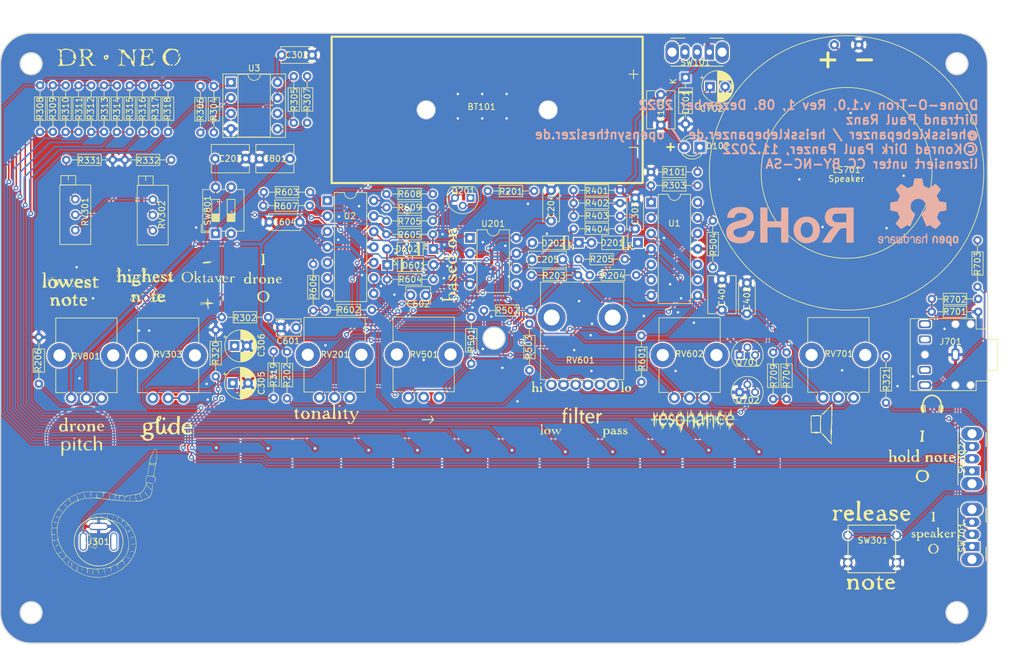
<source format=kicad_pcb>
(kicad_pcb (version 20211014) (generator pcbnew)
  (layers (0 "F.Cu" signal) (31 "B.Cu" signal) (34 "B.Paste" user) (35 "F.Paste" user) (36 "B.SilkS" user "B.Silkscreen") (37 "F.SilkS" user "F.Silkscreen") (38 "B.Mask" user) (39 "F.Mask" user) (44 "Edge.Cuts" user))
  (net 0 "")
  (net 1 "+3V0")
  (net 2 "GND")
  (net 3 "Net-(C205-Pad1)")
  (net 4 "cap_switch")
  (net 5 "Net-(C305-Pad1)")
  (net 6 "+1V5")
  (net 7 "Net-(C601-Pad1)")
  (net 8 "Net-(C602-Pad1)")
  (net 9 "Net-(C602-Pad2)")
  (net 10 "Net-(C801-Pad1)")
  (net 11 "Net-(C702-Pad1)")
  (net 12 "Net-(C702-Pad2)")
  (net 13 "Net-(BT101-Pad1)")
  (net 14 "Net-(C306-Pad1)")
  (net 15 "Net-(D601-Pad2)")
  (net 16 "Net-(D201-Pad1)")
  (net 17 "Net-(J701-PadR)")
  (net 18 "Net-(D202-Pad2)")
  (net 19 "CV_pitch")
  (net 20 "Net-(Q201-Pad1)")
  (net 21 "Gate_VCO")
  (net 22 "U_pitch")
  (net 23 "Net-(R204-Pad2)")
  (net 24 "U_triangle")
  (net 25 "Net-(R205-Pad2)")
  (net 26 "Net-(R302-Pad2)")
  (net 27 "Net-(R303-Pad2)")
  (net 28 "Net-(R304-Pad1)")
  (net 29 "Net-(R304-Pad2)")
  (net 30 "Net-(R202-Pad2)")
  (net 31 "Net-(R305-Pad2)")
  (net 32 "Net-(R306-Pad1)")
  (net 33 "Net-(R306-Pad2)")
  (net 34 "Net-(R307-Pad1)")
  (net 35 "Net-(R307-Pad2)")
  (net 36 "Net-(R308-Pad2)")
  (net 37 "Net-(R309-Pad2)")
  (net 38 "Net-(R310-Pad2)")
  (net 39 "Net-(R311-Pad2)")
  (net 40 "Net-(R312-Pad2)")
  (net 41 "Net-(R313-Pad2)")
  (net 42 "Net-(R314-Pad2)")
  (net 43 "Net-(R315-Pad2)")
  (net 44 "Net-(R316-Pad2)")
  (net 45 "Net-(R317-Pad2)")
  (net 46 "Net-(R305-Pad1)")
  (net 47 "Net-(R331-Pad1)")
  (net 48 "Net-(R332-Pad1)")
  (net 49 "Net-(RV801-Pad2)")
  (net 50 "Net-(R401-Pad2)")
  (net 51 "Net-(R403-Pad2)")
  (net 52 "Net-(R404-Pad2)")
  (net 53 "U_rectangle")
  (net 54 "Net-(R501-Pad2)")
  (net 55 "Net-(R503-Pad1)")
  (net 56 "Net-(R503-Pad2)")
  (net 57 "U_vco")
  (net 58 "Net-(R504-Pad2)")
  (net 59 "Net-(R601-Pad2)")
  (net 60 "Net-(R602-Pad1)")
  (net 61 "Net-(R603-Pad2)")
  (net 62 "Net-(R606-Pad2)")
  (net 63 "Net-(R607-Pad2)")
  (net 64 "Net-(R608-Pad1)")
  (net 65 "to_output")
  (net 66 "Net-(R609-Pad1)")
  (net 67 "Net-(R704-Pad1)")
  (net 68 "Net-(R704-Pad2)")
  (net 69 "Net-(R705-Pad2)")
  (net 70 "Net-(D102-Pad1)")
  (net 74 "Net-(Q201-Pad2)")
  (net 75 "Net-(Q701-Pad2)")
  (net 76 "Net-(R206-Pad1)")
  (net 80 "Net-(J701-PadT)")
  (net 81 "Net-(LS701-Pad1)")
  (net 82 "Net-(R319-Pad1)")
  (net 84 "Net-(R320-Pad1)")
  (net 85 "Net-(R321-Pad1)")
  (footprint "LOGO" (layer "F.Cu") (at 69.977232 63.179592)
    (fp_text reference "G***" hide)
    (fp_text value "LOGO" hide)
  )
  (footprint "LOGO" (layer "F.Cu") (at 95.4 62.891158)
    (fp_text reference "G***" hide)
    (fp_text value "LOGO" hide)
  )
  (footprint "Resistor_THT:R_Axial_DIN0204_L3.6mm_D1.6mm_P7.62mm_Horizontal" (layer "F.Cu") (at 35.4 56.4 90)
    (fp_text reference "R320")
    (fp_text value "47kΩ")
  )
  (footprint "LOGO" (layer "F.Cu") (at 90.433377 64.948551)
    (fp_text reference "G***" hide)
    (fp_text value "LOGO" hide)
  )
  (footprint "Resistor_THT:R_Axial_DIN0204_L3.6mm_D1.6mm_P7.62mm_Horizontal" (layer "F.Cu") (at 50.4 14.81 90)
    (fp_text reference "R307")
    (fp_text value "1.5kΩ")
  )
  (footprint "LOGO" (layer "F.Cu") (at 52.483377 63.991158)
    (fp_text reference "G***" hide)
    (fp_text value "LOGO" hide)
  )
  (footprint "LOGO" (layer "F.Cu") (at 88.126516 55.761878)
    (fp_text reference "G***" hide)
    (fp_text value "LOGO" hide)
  )
  (footprint "LOGO" (layer "F.Cu") (at 142.87994 81.1)
    (fp_text reference "G***" hide)
    (fp_text value "LOGO" hide)
  )
  (footprint "Resistor_THT:R_Axial_DIN0204_L3.6mm_D1.6mm_P7.62mm_Horizontal" (layer "F.Cu") (at 96.733377 39.791158)
    (fp_text reference "R204")
    (fp_text value "1.5kΩ")
  )
  (footprint "LOGO" (layer "F.Cu") (at 23.783377 43.5)
    (fp_text reference "G***" hide)
    (fp_text value "LOGO" hide)
  )
  (footprint "Capacitor_THT:C_Disc_D6.0mm_W4.4mm_P5.00mm" (layer "F.Cu") (at 118.4 45.5 90)
    (fp_text reference "C401")
    (fp_text value "10µF")
  )
  (footprint "LOGO" (layer "F.Cu") (at 152.933377 82.211651)
    (fp_text reference "G***" hide)
    (fp_text value "LOGO" hide)
  )
  (footprint "Button_Switch_THT:SW_CuK_OS102011MA1QN1_SPDT_Angled" (layer "F.Cu") (at 159.4 71.9 90)
    (fp_text reference "SW302")
    (fp_text value "slider_switch/schiebeschalter")
  )
  (footprint "LOGO" (layer "F.Cu") (at 134.4 64.3)
    (fp_text reference "G***" hide)
    (fp_text value "LOGO" hide)
  )
  (footprint "Resistor_THT:R_Axial_DIN0204_L3.6mm_D1.6mm_P7.62mm_Horizontal" (layer "F.Cu") (at 94.083377 27.991158)
    (fp_text reference "R402")
    (fp_text value "10kΩ")
  )
  (footprint "LOGO" (layer "F.Cu") (at 52.440216 61.705556)
    (fp_text reference "G***" hide)
    (fp_text value "LOGO" hide)
  )
  (footprint "Resistor_THT:R_Axial_DIN0204_L3.6mm_D1.6mm_P7.62mm_Horizontal" (layer "F.Cu") (at 63.39 33.1)
    (fp_text reference "R605")
    (fp_text value "10kΩ")
  )
  (footprint "Resistor_THT:R_Axial_DIN0204_L3.6mm_D1.6mm_P7.62mm_Horizontal" (layer "F.Cu") (at 102.483377 37.191158 180)
    (fp_text reference "R205")
    (fp_text value "1.5kΩ")
  )
  (footprint "Button_Switch_THT:SW_CuK_OS102011MA1QN1_SPDT_Angled" (layer "F.Cu") (at 159.4 84.3 90)
    (fp_text reference "SW701")
    (fp_text value "slider_switch/schiebeschalter")
  )
  (footprint "LOGO" (layer "F.Cu") (at 142.781273 87.1)
    (fp_text reference "G***" hide)
    (fp_text value "LOGO" hide)
  )
  (footprint "LOGO" (layer "F.Cu") (at 27.3 64.7)
    (fp_text reference "G***" hide)
    (fp_text value "LOGO" hide)
  )
  (footprint "Resistor_THT:R_Axial_DIN0204_L3.6mm_D1.6mm_P7.62mm_Horizontal" (layer "F.Cu") (at 101.683377 25.891158 180)
    (fp_text reference "R401")
    (fp_text value "10kΩ")
  )
  (footprint "Resistor_THT:R_Axial_DIN0204_L3.6mm_D1.6mm_P7.62mm_Horizontal" (layer "F.Cu") (at 10.9 20.9)
    (fp_text reference "R331")
    (fp_text value "6.8kΩ")
  )
  (footprint "LOGO" (layer "F.Cu") (at 113.534216 63.50094)
    (fp_text reference "G***" hide)
    (fp_text value "LOGO" hide)
  )
  (footprint "Resistor_THT:R_Axial_DIN0204_L3.6mm_D1.6mm_P7.62mm_Horizontal" (layer "F.Cu") (at 51.4 45.61 90)
    (fp_text reference "R606")
    (fp_text value "1.5kΩ")
  )
  (footprint "Resistor_THT:R_Axial_DIN0204_L3.6mm_D1.6mm_P7.62mm_Horizontal" (layer "F.Cu") (at 126.8 60.1 90)
    (fp_text reference "R709")
    (fp_text value "1.5kΩ")
  )
  (footprint "Resistor_THT:R_Axial_DIN0204_L3.6mm_D1.6mm_P7.62mm_Horizontal" (layer "F.Cu") (at 6.4 57.61 90)
    (fp_text reference "R206")
    (fp_text value "6.8kΩ")
  )
  (footprint "LOGO" (layer "F.Cu") (at 138.8 63.9)
    (fp_text reference "G***" hide)
    (fp_text value "LOGO" hide)
  )
  (footprint "Potentiometer_THT:Potentiometer_Alps_RK09K_Single_Vertical" (layer "F.Cu") (at 16.7 59.95 90)
    (fp_text reference "RV801")
    (fp_text value "10kΩ_lin")
  )
  (footprint "Capacitor_THT:CP_Radial_D5.0mm_P2.50mm" (layer "F.Cu") (at 116.433377 8.891158)
    (fp_text reference "C702")
    (fp_text value "100µF")
  )
  (footprint "Resistor_THT:R_Axial_DIN0204_L3.6mm_D1.6mm_P7.62mm_Horizontal" (layer "F.Cu") (at 35.1 16.4 90)
    (fp_text reference "R304")
    (fp_text value "1.5kΩ")
  )
  (footprint "LOGO" (layer "F.Cu") (at 15.3 41.2)
    (fp_text reference "G***" hide)
    (fp_text value "LOGO" hide)
  )
  (footprint "Resistor_THT:R_Axial_DIN0204_L3.6mm_D1.6mm_P7.62mm_Horizontal" (layer "F.Cu") (at 6.6 8.69 -90)
    (fp_text reference "R308")
    (fp_text value "330Ω")
  )
  (footprint "Konradslibrary:Audio_Jack_stereo_tip_ring_switch_PJ-307" (layer "F.Cu") (at 156.685534 52.835534 90)
    (fp_text reference "J701")
    (fp_text value "AudioJack3_SwitchTR")
    (fp_circle (center 0 -5) (end 0.6 -5) (layer "Edge.Cuts") (width 0.12) (fill none))
    (fp_circle (center -5 0) (end -4.4 0) (layer "Edge.Cuts") (width 0.12) (fill none))
    (fp_circle (center -5 2.5) (end -4.4 2.5) (layer "Edge.Cuts") (width 0.12) (fill none))
    (fp_circle (center 5 2.5) (end 5.6 2.5) (layer "Edge.Cuts") (width 0.12) (fill none))
    (fp_circle (center 5 0) (end 5.6 0) (layer "Edge.Cuts") (width 0.12) (fill none))
  )
  (footprint "Resistor_THT:R_Axial_DIN0204_L3.6mm_D1.6mm_P7.62mm_Horizontal" (layer "F.Cu") (at 129 60.1 90)
    (fp_text reference "R704")
    (fp_text value "1.5kΩ")
  )
  (footprint "Konradslibrary:rk_12L12_stereo_potentiometer" (layer "F.Cu") (at 95.483377 52.241158)
    (fp_text reference "RV601")
    (fp_text value "50kΩ_log_stereo")
  )
  (footprint "Resistor_THT:R_Axial_DIN0204_L3.6mm_D1.6mm_P7.62mm_Horizontal" (layer "F.Cu") (at 36.39 46.7)
    (fp_text reference "R302")
    (fp_text value "1.5kΩ")
  )
  (footprint "Resistor_THT:R_Axial_DIN0204_L3.6mm_D1.6mm_P7.62mm_Horizontal" (layer "F.Cu") (at 61.02 45.5 180)
    (fp_text reference "R602")
    (fp_text value "1.5kΩ")
  )
  (footprint "Resistor_THT:R_Axial_DIN0204_L3.6mm_D1.6mm_P7.62mm_Horizontal" (layer "F.Cu") (at 105.2 49.7 -90)
    (fp_text reference "R601")
    (fp_text value "1.5kΩ")
  )
  (footprint "Package_DIP:DIP-14_W7.62mm" (layer "F.Cu") (at 106.8 27.875)
    (fp_text reference "U1")
    (fp_text value "MCP6004")
  )
  (footprint "LOGO" (layer "F.Cu") (at 34.139863 41.091158)
    (fp_text reference "G***" hide)
    (fp_text value "LOGO" hide)
  )
  (footprint "Capacitor_THT:C_Disc_D5.0mm_W2.5mm_P5.00mm" (layer "F.Cu") (at 46.2 3.7)
    (fp_text reference "C302")
    (fp_text value "100nF")
  )
  (footprint "Konradslibrary:speaker_LSM-45F" (layer "F.Cu") (at 138.835534 23.035534)
    (fp_text reference "LS701")
    (fp_text value "Speaker_Lautsprecher")
  )
  (footprint "Resistor_THT:R_Axial_DIN0204_L3.6mm_D1.6mm_P7.62mm_Horizontal" (layer "F.Cu") (at 25.5 16.3 90)
    (fp_text reference "R317")
    (fp_text value "1.21kΩ")
  )
  (footprint "LOGO" (layer "F.Cu") (at 6.358594 44.118239)
    (fp_text reference "G***" hide)
    (fp_text value "LOGO" hide)
  )
  (footprint "Package_TO_SOT_THT:TO-92" (layer "F.Cu") (at 77.17 27.13 180)
    (fp_text reference "Q201")
    (fp_text value "NPN-BJT/Bipo")
  )
  (footprint "Capacitor_THT:C_Disc_D5.0mm_W2.5mm_P5.00mm" (layer "F.Cu") (at 49.2 31.1 180)
    (fp_text reference "C604")
    (fp_text value "100nF")
  )
  (footprint "LOGO" (layer "F.Cu") (at 34.139863 41.091158)
    (fp_text reference "G***" hide)
    (fp_text value "LOGO" hide)
  )
  (footprint "Resistor_THT:R_Axial_DIN0204_L3.6mm_D1.6mm_P7.62mm_Horizontal" (layer "F.Cu") (at 71.11 40.5 180)
    (fp_text reference "R604")
    (fp_text value "10kΩ")
  )
  (footprint "LOGO" (layer "F.Cu") (at 15.3 41.2)
    (fp_text reference "G***" hide)
    (fp_text value "LOGO" hide)
  )
  (footprint "Resistor_THT:R_Axial_DIN0204_L3.6mm_D1.6mm_P7.62mm_Horizontal" (layer "F.Cu") (at 116.9 30.89 -90)
    (fp_text reference "R504")
    (fp_text value "1.5kΩ")
  )
  (footprint "Capacitor_THT:C_Disc_D3.8mm_W2.6mm_P2.50mm" (layer "F.Cu") (at 48.6 48.4 180)
    (fp_text reference "C601")
    (fp_text value "4.7nF")
  )
  (footprint "Resistor_THT:R_Axial_DIN0204_L3.6mm_D1.6mm_P7.62mm_Horizontal" (layer "F.Cu") (at 160.3 34.08 -90)
    (fp_text reference "R703")
    (fp_text value "100Ω")
  )
  (footprint "Resistor_THT:R_Axial_DIN0204_L3.6mm_D1.6mm_P7.62mm_Horizontal" (layer "F.Cu") (at 21.3 16.3 90)
    (fp_text reference "R315")
    (fp_text value "910Ω")
  )
  (footprint "LOGO" (layer "F.Cu") (at 6.358594 44.118239)
    (fp_text reference "G***" hide)
    (fp_text value "LOGO" hide)
  )
  (footprint "Resistor_THT:R_Axial_DIN0204_L3.6mm_D1.6mm_P7.62mm_Horizontal" (layer "F.Cu") (at 94.083377 30.091158)
    (fp_text reference "R403")
    (fp_text value "1.5kΩ")
  )
  (footprint "Capacitor_THT:C_Disc_D5.0mm_W2.5mm_P5.00mm" (layer "F.Cu") (at 104.183377 32.191158 90)
    (fp_text reference "C303")
    (fp_text value "100nF")
  )
  (footprint "LOGO" (layer "F.Cu") (at 19.259052 43.352547)
    (fp_text reference "G***" hide)
    (fp_text value "LOGO" hide)
  )
  (footprint "LOGO" (layer "F.Cu") (at 74.048169 24.644102 90)
    (fp_text reference "G***" hide)
    (fp_text value "LOGO" hide)
  )
  (footprint "Diode_THT:D_DO-35_SOD27_P7.62mm_Horizontal" (layer "F.Cu") (at 104.633377 34.491158 180)
    (fp_text reference "D201")
    (fp_text value "Schottkydiode")
  )
  (footprint "Konradslibrary:PJ-392" (layer "F.Cu") (at 16.2 83.5)
    (fp_text reference "J301")
    (fp_text value "3.5mm_AUX_plug/buchse_PJ392_vertical")
  )
  (footprint "Resistor_THT:R_Axial_DIN0204_L3.6mm_D1.6mm_P7.62mm_Horizontal" (layer "F.Cu") (at 79.39 45.6)
    (fp_text reference "R502")
    (fp_text value "1.5kΩ")
  )
  (footprint "Resistor_THT:R_Axial_DIN0204_L3.6mm_D1.6mm_P7.62mm_Horizontal" (layer "F.Cu") (at 19.2 8.7 -90)
    (fp_text reference "R314")
    (fp_text value "787Ω")
  )
  (footprint "Capacitor_THT:C_Disc_D5.0mm_W2.5mm_P5.00mm" (layer "F.Cu") (at 90.4 25.9 -90)
    (fp_text reference "C204")
    (fp_text value "100nF")
  )
  (footprint "Resistor_THT:R_Axial_DIN0204_L3.6mm_D1.6mm_P7.62mm_Horizontal" (layer "F.Cu") (at 15 8.7 -90)
    (fp_text reference "R312")
    (fp_text value "619Ω")
  )
  (footprint "Resistor_THT:R_Axial_DIN0204_L3.6mm_D1.6mm_P7.62mm_Horizontal" (layer "F.Cu") (at 145.3 60.71 90)
    (fp_text reference "R321")
    (fp_text value "1.5kΩ")
  )
  (footprint "Resistor_THT:R_Axial_DIN0204_L3.6mm_D1.6mm_P7.62mm_Horizontal" (layer "F.Cu") (at 94.083377 32.191158)
    (fp_text reference "R404")
    (fp_text value "1.5kΩ")
  )
  (footprint "Package_TO_SOT_THT:TO-92" (layer "F.Cu") (at 121.3 52.9)
    (fp_text reference "Q701")
    (fp_text value "high_beta_NPN-BJT/Bipo")
  )
  (footprint "Konradslibrary:Reichelt_Batteriehalter_2_AAA" (layer "F.Cu") (at 54.410534 24.698034)
    (fp_text reference "BT101")
    (fp_text value "Batteriefach")
    (fp_circle (center 15.5 -12) (end 17 -12) (layer "Edge.Cuts") (width 0.12) (fill none))
    (fp_circle (center 35.5 -12) (end 37 -12) (layer "Edge.Cuts") (width 0.12) (fill none))
  )
  (footprint "Package_DIP:DIP-14_W7.62mm" (layer "F.Cu") (at 53.7 27.575)
    (fp_text reference "U2")
    (fp_text value "MCP6004")
  )
  (footprint "Capacitor_THT:C_Disc_D6.0mm_W4.4mm_P5.00mm" (layer "F.Cu") (at 40.3 20.7 180)
    (fp_text reference "C203")
    (fp_text value "470nF")
  )
  (footprint "Resistor_THT:R_Axial_DIN0204_L3.6mm_D1.6mm_P7.62mm_Horizontal" (layer "F.Cu") (at 87.183377 39.791158)
    (fp_text reference "R203")
    (fp_text value "1MΩ")
  )
  (footprint "LED_THT:LED_D3.0mm_Clear" (layer "F.Cu") (at 114.783377 18.791158 180)
    (fp_text reference "D102")
    (fp_text value "LED")
  )
  (footprint "Package_TO_SOT_THT:TO-92" (layer "F.Cu") (at 121.3 59)
    (fp_text reference "Q702")
    (fp_text value "high_beta_PNP-BJT/Bipo")
  )
  (footprint "Capacitor_THT:C_Disc_D5.0mm_W2.5mm_P5.00mm" (layer "F.Cu") (at 122.5 46.1 90)
    (fp_text reference "C402")
    (fp_text value "100nF")
  )
  (footprint "Resistor_THT:R_Axial_DIN0204_L3.6mm_D1.6mm_P7.62mm_Horizontal" (layer "F.Cu") (at 71.01 26.5 180)
    (fp_text reference "R608")
    (fp_text value "1.5kΩ")
  )
  (footprint "LOGO" (layer "F.Cu") (at 13.439966 66.923639)
    (fp_text reference "G***" hide)
    (fp_text value "LOGO" hide)
  )
  (footprint "LOGO" (layer "F.Cu") (at 100.940329 65.410648)
    (fp_text reference "G***" hide)
    (fp_text value "LOGO" hide)
  )
  (footprint "Resistor_THT:R_Axial_DIN0204_L3.6mm_D1.6mm_P7.62mm_Horizontal" (layer "F.Cu") (at 71 30.9 180)
    (fp_text reference "R705")
    (fp_text value "1.5kΩ")
  )
  (footprint "Diode_THT:D_DO-35_SOD27_P7.62mm_Horizontal" (layer "F.Cu") (at 94.933377 34.491158 180)
    (fp_text reference "D202")
    (fp_text value "Schottkydiode")
  )
  (footprint "Button_Switch_THT:SW_CuK_OS102011MA1QN1_SPDT_Angled" (layer "F.Cu") (at 116.335534 3.235534 180)
    (fp_text reference "SW101")
    (fp_text value "slider_switch/schiebeschalter")
  )
  (footprint "Resistor_THT:R_Axial_DIN0204_L3.6mm_D1.6mm_P7.62mm_Horizontal" (layer "F.Cu") (at 86.833377 55.391158 90)
    (fp_text reference "R503")
    (fp_text value "1.5kΩ")
  )
  (footprint "Capacitor_THT:C_Disc_D3.8mm_W2.6mm_P2.50mm" (layer "F.Cu") (at 67.35 43.1)
    (fp_text reference "C602")
    (fp_text value "4.7nF")
  )
  (footprint "Package_DIP:DIP-8_W7.62mm" (layer "F.Cu") (at 77.083377 33.691158)
    (fp_text reference "U201")
    (fp_text value "NE555")
  )
  (footprint "Capacitor_THT:C_Disc_D6.0mm_W4.4mm_P5.00mm" (layer "F.Cu") (at 47.6 20.7 180)
    (fp_text reference "C801")
    (fp_text value "470nF")
  )
  (footprint "Capacitor_THT:C_Disc_D6.0mm_W2.5mm_P5.00mm" (layer "F.Cu") (at 92.283377 37.241158 180)
    (fp_text reference "C205")
    (fp_text value "100nF")
  )
  (footprint "Resistor_THT:R_Axial_DIN0204_L3.6mm_D1.6mm_P7.62mm_Horizontal" (layer "F.Cu") (at 44.9 52.3 -90)
    (fp_text reference "R319")
    (fp_text value "100Ω")
  )
  (footprint "LOGO" (layer "F.Cu") (at 102.728004 61.126962)
    (fp_text reference "G***" hide)
    (fp_text value "LOGO" hide)
  )
  (footprint "Diode_THT:D_DO-35_SOD27_P7.62mm_Horizontal" (layer "F.Cu") (at 63.52 38.1)
    (fp_text reference "D601")
    (fp_text value "Schottkydiode")
  )
  (footprint "Resistor_THT:R_Axial_DIN0204_L3.6mm_D1.6mm_P7.62mm_Horizontal" (layer "F.Cu") (at 47.1 52.39 -90)
    (fp_text reference "R202")
    (fp_text value "6.8kΩ")
  )
  (footprint "Konradslibrary:PCB_piano_keys_1_ocatve_100mm" (layer "F.Cu") (at 51.228231 63.757781)
    (fp_text reference "U301" hide)
    (fp_text value "Klaviatur_one_octave")
  )
  (footprint "Package_DIP:DIP-8_W7.62mm_Socket" (layer "F.Cu") (at 37.9 8.2)
    (fp_text reference "U3")
    (fp_text value "MCP6002")
  )
  (footprint "LOGO" (layer "F.Cu") (at 94.917809 62.891158)
    (fp_text reference "G***" hide)
    (fp_text value "LOGO" hide)
  )
  (footprint "Potentiometer_THT:Potentiometer_Alps_RK09K_Single_Vertical" (layer "F.Cu") (at 140 59.885534 90)
    (fp_text reference "RV701")
    (fp_text value "10kΩ_lin")
  )
  (footprint "Diode_THT:D_DO-35_SOD27_P7.62mm_Horizontal" (layer "F.Cu") (at 112.433377 7.391158 -90)
    (fp_text reference "D101")
    (fp_text value "Schottkydiode")
  )
  (footprint "Resistor_THT:R_Axial_DIN0204_L3.6mm_D1.6mm_P7.62mm_Horizontal" (layer "F.Cu") (at 152.8 43.7)
    (fp_text reference "R702")
    (fp_text value "100Ω")
  )
  (footprint "LOGO" (layer "F.Cu") (at 34.139863 41.091158)
    (fp_text reference "G***" hide)
    (fp_text value "LOGO" hide)
  )
  (footprint "Potentiometer_THT:Potentiometer_Bourns_3296X_Horizontal" (layer "F.Cu") (at 12.383377 32.431158 -90)
    (fp_text reference "RV301")
    (fp_text value "10kΩ_trim")
  )
  (footprint "LOGO" (layer "F.Cu") (at 151.2 69.6)
    (fp_text reference "G***" hide)
    (fp_text value "LOGO" hide)
  )
  (footprint "Potentiometer_THT:Potentiometer_Alps_RK09K_Single_Vertical" (layer "F.Cu") (at 72 59.8 90)
    (fp_text reference "RV501")
    (fp_text value "10kΩ_lin")
  )
  (footprint "LOGO" (layer "F.Cu") (at 13.383377 66.291158)
    (fp_text reference "G***" hide)
    (fp_text value "LOGO" hide)
  )
  (footprint "LOGO" (layer "F.Cu") (at 26.8 4)
    (fp_text reference "G***" hide)
    (fp_text value "LOGO" hide)
  )
  (footprint "Resistor_THT:R_Axial_DIN0204_L3.6mm_D1.6mm_P7.62mm_Horizontal" (layer "F.Cu") (at 50.9 26.2 180)
    (fp_text reference "R603")
    (fp_text value "3.5kΩ")
  )
  (footprint "LOGO" (layer "F.Cu") (at 66.681107 31.17982)
    (fp_text reference "G***" hide)
    (fp_text value "LOGO" hide)
  )
  (footprint "LOGO" (layer "F.Cu") (at 43.083377 40.391158)
    (fp_text reference "G***" hide)
    (fp_text value "LOGO" hide)
  )
  (footprint "Resistor_THT:R_Axial_DIN0204_L3.6mm_D1.6mm_P7.62mm_Horizontal" (layer "F.Cu") (at 32.9 8.8 -90)
    (fp_text reference "R306")
    (fp_text value "1.5kΩ")
  )
  (footprint "Resistor_THT:R_Axial_DIN0204_L3.6mm_D1.6mm_P7.62mm_Horizontal" (layer "F.Cu") (at 10.8 8.7 -90)
    (fp_text reference "R310")
    (fp_text value "442Ω")
  )
  (footprint "Resistor_THT:R_Axial_DIN0204_L3.6mm_D1.6mm_P7.62mm_Horizontal" (layer "F.Cu") (at 28.12 20.9 180)
    (fp_text reference "R332")
    (fp_text value "6.8kΩ")
  )
  (footprint "LOGO" (layer "F.Cu") (at 19.2 79.2 40)
    (fp_text reference "G***" hide)
    (fp_text value "LOGO" hide)
  )
  (footprint "Resistor_THT:R_Axial_DIN0204_L3.6mm_D1.6mm_P7.62mm_Horizontal" (layer "F.Cu") (at 23.4 8.7 -90)
    (fp_text reference "R316")
    (fp_text value "1.05kΩ")
  )
  (footprint "Resistor_THT:R_Axial_DIN0204_L3.6mm_D1.6mm_P7.62mm_Horizontal" (layer "F.Cu") (at 8.7 16.3 90)
    (fp_text reference "R309")
    (fp_text value "402Ω")
  )
  (footprint "Potentiometer_THT:Potentiometer_Alps_RK09K_Single_Vertical" (layer "F.Cu") (at 115.6 59.9 90)
    (fp_text reference "RV602")
    (fp_text value "10kΩ_lin")
  )
  (footprint "Konradslibrary:push_button_8mm" (layer "F.Cu") (at 139.033377 86.941158)
    (fp_text reference "SW301")
    (fp_text value "push_button/Knopf")
  )
  (footprint "Resistor_THT:R_Axial_DIN0204_L3.6mm_D1.6mm_P7.62mm_Horizontal" (layer "F.Cu") (at 77.3 46.69 -90)
    (fp_text reference "R501")
    (fp_text value "10kΩ")
  )
  (footprint "Resistor_THT:R_Axial_DIN0204_L3.6mm_D1.6mm_P7.62mm_Horizontal" (layer "F.Cu") (at 27.6 8.7 -90)
    (fp_text reference "R318")
    (fp_text value "1.33kΩ")
  )
  (footprint "Resistor_THT:R_Axial_DIN0204_L3.6mm_D1.6mm_P7.62mm_Horizontal" (layer "F.Cu") (at 106.773377 22.891158)
    (fp_text reference "R101")
    (fp_text value "1kΩ_LED_Vorwiderstand")
  )
  (footprint "Potentiometer_THT:Potentiometer_Alps_RK09K_Single_Vertical" (layer "F.Cu") (at 30.1 59.95 90)
    (fp_text reference "RV303")
    (fp_text value "10kΩ_lin")
  )
  (footprint "LOGO" (layer "F.Cu") (at 23.783377 43.5)
    (fp_text reference "G***" hide)
    (fp_text value "LOGO" hide)
  )
  (footprint "Diode_THT:D_DO-35_SOD27_P7.62mm_Horizontal" (layer "F.Cu") (at 71.11 35.5 180)
    (fp_text reference "D602")
    (fp_text value "Schottkydiode")
  )
  (footprint "Resistor_THT:R_Axial_DIN0204_L3.6mm_D1.6mm_P7.62mm_Horizontal" (layer "F.Cu") (at 63.4 28.7)
    (fp_text reference "R609")
    (fp_text value "1.5kΩ")
  )
  (footprint "Resistor_THT:R_Axial_DIN0204_L3.6mm_D1.6mm_P7.62mm_Horizontal" (layer "F.Cu") (at 17.1 16.31 90)
    (fp_text reference "R313")
    (fp_text value "698Ω")
  )
  (footprint "LOGO" (layer "F.Cu") (at 27.083377 40.083539)
    (fp_text reference "G***" hide)
    (fp_text value "LOGO" hide)
  )
  (footprint "Potentiometer_THT:Potentiometer_Bourns_3296X_Horizontal" (layer "F.Cu") (at 25.083377 32.491158 -90)
    (fp_text reference "RV302")
    (fp_text value "10kΩ_trim")
  )
  (footprint "LOGO" (layer "F.Cu") (at 23.770625 66.940244)
    (fp_text reference "G***" hide)
    (fp_text value "LOGO" hide)
  )
  (footprint "Potentiometer_THT:Potentiometer_Alps_RK09K_Single_Vertical" (layer "F.Cu") (at 57.4 59.85 90)
    (fp_text reference "RV201")
    (fp_text value "10kΩ_lin")
  )
  (footprint "LOGO" (layer "F.Cu") (at 152.8 61)
    (fp_text reference "G***" hide)
    (fp_text value "LOGO" hide)
  )
  (footprint "Capacitor_THT:CP_Radial_D5.0mm_P2.50mm" (layer "F.Cu") (at 38.2 57.5)
    (fp_text reference "C305")
    (fp_text value "100µF")
  )
  (footprint "Resistor_THT:R_Axial_DIN0204_L3.6mm_D1.6mm_P7.62mm_Horizontal" (layer "F.Cu") (at 48.2 7.2 -90)
    (fp_text reference "R305")
    (fp_text value "1.5kΩ")
  )
  (footprint "Button_Switch_THT:SW_DIP_SPSTx02_Slide_6.7x6.64mm_W7.62mm_P2.54mm_LowProfile" (layer "F.Cu") (at 35.383377 32.991158 90)
    (fp_text reference "SW801")
    (fp_text value "DIP_switch")
  )
  (footprint "Resistor_THT:R_Axial_DIN0204_L3.6mm_D1.6mm_P7.62mm_Horizontal" (layer "F.Cu") (at 12.9 16.32 90)
    (fp_text reference "R311")
    (fp_text value "536Ω")
  )
  (footprint "Capacitor_THT:CP_Radial_D5.0mm_P2.00mm" (layer "F.Cu") (at 38.5 51.4)
    (fp_text reference "C306")
    (fp_text value "10µF_Elko")
  )
  (footprint "Resistor_THT:R_Axial_DIN0204_L3.6mm_D1.6mm_P7.62mm_Horizontal" (layer "F.Cu") (at 106.773377 25.091158)
    (fp_text reference "R303")
    (fp_text value "1.5kΩ")
  )
  (footprint "Resistor_THT:R_Axial_DIN0204_L3.6mm_D1.6mm_P7.62mm_Horizontal" (layer "F.Cu") (at 80 26)
    (fp_text reference "R201")
    (fp_text value "1.5kΩ")
  )
  (footprint "Capacitor_THT:C_Disc_D6.0mm_W4.4mm_P5.00mm" (layer "F.Cu") (at 108.383377 10.191158 -90)
    (fp_text reference "C101")
    (fp_text value "10µF")
  )
  (footprint "Resistor_THT:R_Axial_DIN0204_L3.6mm_D1.6mm_P7.62mm_Horizontal" (layer "F.Cu") (at 152.8 45.8)
    (fp_text reference "R701")
    (fp_text value "47kΩ")
  )
  (footprint "Resistor_THT:R_Axial_DIN0204_L3.6mm_D1.6mm_P7.62mm_Horizontal" (layer "F.Cu") (at 43.2 28.4)
    (fp_text reference "R607")
    (fp_text value "1.5kΩ")
  )
  (footprint "Symbol:OSHW-Logo2_14.6x12mm_SilkScreen" (layer "B.Cu") (at 150.603377 29.481158 180)
    (fp_text reference "REF**" hide)
    (fp_text value "OSHW-Logo2_14.6x12mm_SilkScreen" hide)
  )
  (footprint "Symbol:RoHS-Logo_6mm_SilkScreen" (layer "B.Cu") (at 129.543377 31.591158 180)
    (fp_text reference "REF**" hide)
    (fp_text value "RoHS-Logo_6mm_SilkScreen" hide)
  )
  (gr_arc (start 26.4 98.9) (mid 26.263476 99.450421) (end 26.051603 99.976456) (layer "F.Cu") (width 0.2))
  (gr_arc (start 31.823415 92.358763) (mid 28.01695 91.097836) (end 31.808898 89.793901) (layer "F.Cu") (width 0.2))
  (gr_arc (start 31.826492 87.882913) (mid 24.303867 80.095349) (end 31.81986 72.301384) (layer "F.Cu") (width 0.2))
  (gr_arc (start 18.649492 100.008609) (mid 18.858055 96.18908) (end 22.024776 94.043345) (layer "F.Cu") (width 0.2))
  (gr_arc (start 31.822073 83.150966) (mid 29.073263 80.134181) (end 31.823966 77.119123) (layer "F.Cu") (width 0.2))
  (gr_arc (start 31.811546 96.737259) (mid 24.804714 93.548898) (end 27.146224 86.215504) (layer "F.Cu") (width 0.2))
  (gr_arc (start 31.848474 94.453222) (mid 26.551458 92.363565) (end 29.385321 87.424509) (layer "F.Cu") (width 0.15))
  (gr_arc (start 31.795198 99.483658) (mid 22.278694 94.430093) (end 25.444532 84.130586) (layer "F.Cu") (width 0.2))
  (gr_arc (start 31.81986 81.641572) (mid 30.463065 80.022057) (end 31.81986 78.402541) (layer "F.Cu") (width 0.2))
  (gr_arc (start 21.491671 99.969085) (mid 22.263436 96.18366) (end 22.915175 99.991586) (layer "F.Cu") (width 0.2))
  (gr_arc (start 31.820559 86.213766) (mid 25.893649 80.013839) (end 31.820325 73.813688) (layer "F.Cu") (width 0.2))
  (gr_arc (start 31.820559 84.499499) (mid 27.611051 80.015101) (end 31.823966 75.533903) (layer "F.Cu") (width 0.2))
  (gr_poly (pts (xy 29.505176 3.425798) (xy 29.527114 3.513554) (xy 29.530248 3.63265) (xy 29.498907 3.679662) (xy 29.31086 4.015012) (xy 29.266983 4.033817) (xy 29.24191 3.993073) (xy 29.235642 3.936659) (xy 29.24191 3.805026) (xy 29.282653 3.654589) (xy 29.339067 3.544895) (xy 29.433091 3.400725) (xy 29.467566 3.391323)) (layer "F.SilkS") (width 0) (fill solid))
  (gr_poly (pts (xy 28.518501 2.699122) (xy 28.800438 2.713219) (xy 29.040085 2.833042) (xy 29.258587 2.93172) (xy 29.28678 3.030398) (xy 29.258587 3.241851) (xy 29.159908 3.375772) (xy 29.096473 3.29119) (xy 28.990746 3.107931) (xy 28.79339 2.974011) (xy 28.581937 2.88943) (xy 28.321145 2.868284) (xy 28.003965 2.917623) (xy 27.771367 3.02335) (xy 27.566962 3.150222) (xy 27.390752 3.340529) (xy 27.249783 3.573128) (xy 27.214541 3.707048) (xy 27.221589 3.819823) (xy 27.249783 3.996034) (xy 27.228638 4.277971) (xy 27.270928 4.503521) (xy 27.404848 4.77841) (xy 27.53172 4.982814) (xy 27.722028 5.130832) (xy 27.898239 5.250655) (xy 27.870045 5.335236) (xy 27.792512 5.384575) (xy 27.8 5.4) (xy 27.722028 5.426866) (xy 27.602205 5.426866) (xy 27.129959 5.13788) (xy 26.819828 4.693829) (xy 26.714102 4.32731) (xy 26.664763 3.988985) (xy 26.685908 3.862113) (xy 26.897361 3.389868) (xy 27.151105 3.030398) (xy 27.496478 2.769606) (xy 27.644495 2.677977) (xy 27.954626 2.66388) (xy 28.166079 2.66388)) (layer "F.SilkS") (width 0) (fill solid))
  (gr_line (start 71.1 63.5) (end 70.7 62.9) (layer "F.SilkS") (width 0.15))
  (gr_line (start 69.25 63.5) (end 70.95 63.5) (layer "F.SilkS") (width 0.15))
  (gr_poly (pts (xy 29.649345 4.16545) (xy 29.608601 4.39424) (xy 29.511444 4.616762) (xy 29.411152 4.776602) (xy 29.373543 4.807943) (xy 29.25758 4.989722) (xy 29.176093 5.096282) (xy 29.113411 5.165233) (xy 29.003717 5.221647) (xy 29.003717 5.281195) (xy 28.947303 5.331341) (xy 28.872084 5.372084) (xy 28.771792 5.409694) (xy 28.649562 5.428498) (xy 28.596282 5.419096) (xy 28.721647 5.243585) (xy 28.850145 5.127623) (xy 28.966108 5.071209) (xy 29.069533 4.920772) (xy 29.169825 4.770334) (xy 29.226239 4.629299) (xy 29.229373 4.547812) (xy 29.345336 4.39424) (xy 29.379811 4.281412) (xy 29.517712 4.065158) (xy 29.599199 3.936659) (xy 29.649345 3.895916)) (layer "F.SilkS") (width 0) (fill solid))
  (gr_line (start 71.1 63.5) (end 70.5 64.1) (layer "F.SilkS") (width 0.15))
  (gr_poly (pts (xy 28.33615 5.224781) (xy 28.345553 5.281195) (xy 28.311077 5.356414) (xy 28.232725 5.434766) (xy 28.154372 5.478644) (xy 28.094823 5.494315) (xy 28.025873 5.484912) (xy 27.966325 5.403425) (xy 28.17631 5.196574)) (layer "F.SilkS") (width 0) (fill solid))
  (gr_arc (start 0.135534 5.135534) (mid 1.6 1.6) (end 5.135534 0.135534) (layer "Edge.Cuts") (width 0.2))
  (gr_arc (start 5.135534 100.135534) (mid 1.6 98.671068) (end 0.135534 95.135534) (layer "Edge.Cuts") (width 0.2))
  (gr_line (start 5.135534 100.135534) (end 156.935534 100.135534) (layer "Edge.Cuts") (width 0.2))
  (gr_arc (start 161.935534 95.135534) (mid 160.471068 98.671068) (end 156.935534 100.135534) (layer "Edge.Cuts") (width 0.2))
  (gr_circle (center 156.935537 95.135534) (end 158.735537 95.135534) (layer "Edge.Cuts") (width 0.2) (fill none))
  (gr_circle (center 5.135531 5.135534) (end 6.935531 5.135534) (layer "Edge.Cuts") (width 0.2) (fill none))
  (gr_line (start 161.935534 95.135534) (end 161.935534 5.135534) (layer "Edge.Cuts") (width 0.2))
  (gr_line (start 156.935534 0.135534) (end 5.135534 0.135534) (layer "Edge.Cuts") (width 0.2))
  (gr_circle (center 81.035534 50.135534) (end 82.835534 50.135534) (layer "Edge.Cuts") (width 0.2) (fill none))
  (gr_circle (center 5.135534 95.135537) (end 6.935534 95.135537) (layer "Edge.Cuts") (width 0.2) (fill none))
  (gr_line (start 0.135534 5.135534) (end 0.135534 95.135534) (layer "Edge.Cuts") (width 0.2))
  (gr_circle (center 156.935534 5.135531) (end 158.735534 5.135531) (layer "Edge.Cuts") (width 0.2) (fill none))
  (gr_arc (start 156.935534 0.135534) (mid 160.471068 1.6) (end 161.935534 5.135534) (layer "Edge.Cuts") (width 0.2))
  (gr_text "Drone-O-Tron v.1.0, Rev 1, 08. Dezember 2022\nDirtrand Paul Ranz\n@heissklebepanzer / heissklebepanzer.de / opensynthesizer.de\n©Konrad Dirk Paul Panzer, 11.2022\nlizensiert unter CC BY-NC-SA" (at 160.64 16.741158) (layer "B.SilkS") (effects (font (size 1.5 1.5) (thickness 0.3)) (justify left mirror)))
  (gr_text "Speaker" (at 138.8 24) (layer "F.SilkS") (effects (font (size 1 1))))
  (gr_text "+" (at 109.983377 18.691158) (layer "F.SilkS") (effects (font (size 1.5 1.5) (thickness 0.3)) (justify mirror)))
  (gr_text "+ -" (at 138.783377 4.291158) (layer "F.SilkS") (effects (font (size 3 3) (thickness 0.5))))
  (segment (start 103.883377 36.041158) (end 106.253842 36.041158) (width 0.5) (layer "F.Cu") (net 1))
  (segment (start 48.7 3.7) (end 46.2 3.7) (width 0.5) (layer "F.Cu") (net 1))
  (segment (start 32.083377 34.741158) (end 32.083377 34.411158) (width 0.25) (layer "F.Cu") (net 1))
  (segment (start 104.183377 32.191158) (end 103.383378 32.991157) (width 0.5) (layer "F.Cu") (net 1))
  (segment (start 111.6 42.062076) (end 111.6 40.2) (width 0.5) (layer "F.Cu") (net 1))
  (segment (start 69.542708 39.350489) (end 75.122708 39.350489) (width 0.5) (layer "F.Cu") (net 1))
  (segment (start 75.122708 39.350489) (end 77.083377 41.311158) (width 0.5) (layer "F.Cu") (net 1))
  (segment (start 51.7 15.135655) (end 51.7 6.7) (width 0.5) (layer "F.Cu") (net 1))
  (segment (start 102.933866 30.941647) (end 104.183377 32.191158) (width 0.5) (layer "F.Cu") (net 1))
  (segment (start 80.1 35.4) (end 80.649511 35.949511) (width 0.5) (layer "F.Cu") (net 1))
  (segment (start 69.533377 39.341158) (end 69.542708 39.350489) (width 0.5) (layer "F.Cu") (net 1))
  (segment (start 80.085821 38.38819) (end 79.58819 38.885821) (width 0.5) (layer "F.Cu") (net 1))
  (segment (start 79.58819 38.885821) (end 79.58819 39.21181) (width 0.5) (layer "F.Cu") (net 1))
  (segment (start 103.383378 32.991157) (end 103.383378 35.541159) (width 0.5) (layer "F.Cu") (net 1))
  (segment (start 93.482888 24.741647) (end 100.533866 24.741647) (width 0.5) (layer "F.Cu") (net 1))
  (segment (start 100.533866 24.741647) (end 101.683377 25.891158) (width 0.5) (layer "F.Cu") (net 1))
  (segment (start 106.253842 36.041158) (end 106.8 35.495) (width 0.5) (layer "F.Cu") (net 1))
  (segment (start 49.2 31.1) (end 49.2 17.635655) (width 0.5) (layer "F.Cu") (net 1))
  (segment (start 90.4 27.824535) (end 93.482888 24.741647) (width 0.5) (layer "F.Cu") (net 1))
  (segment (start 121.3 52.9) (end 121.3 51.762076) (width 0.5) (layer "F.Cu") (net 1))
  (segment (start 101.683377 25.891158) (end 102.933866 27.141647) (width 0.5) (layer "F.Cu") (net 1))
  (segment (start 32.083377 34.411158) (end 25.083377 27.411158) (width 0.25) (layer "F.Cu") (net 1))
  (segment (start 80.649511 37.851185) (end 80.112506 38.38819) (width 0.5) (layer "F.Cu") (net 1))
  (segment (start 121.3 51.762076) (end 111.6 42.062076) (width 0.5) (layer "F.Cu") (net 1))
  (segment (start 32.083377 34.741158) (end 32.133377 34.691158) (width 0.5) (layer "F.Cu") (net 1))
  (segment (start 49.2 17.635655) (end 51.7 15.135655) (width 0.5) (layer "F.Cu") (net 1))
  (segment (start 51.7 6.7) (end 48.7 3.7) (width 0.5) (layer "F.Cu") (net 1))
  (segment (start 79.58819 39.21181) (end 77.488842 41.311158) (width 0.5) (layer "F.Cu") (net 1))
  (segment (start 77.488842 41.311158) (end 77.083377 41.311158) (width 0.5) (layer "F.Cu") (net 1))
  (segment (start 32.133377 34.691158) (end 38.883377 34.691158) (width 0.5) (layer "F.Cu") (net 1))
  (segment (start 90.4 30.9) (end 90.4 27.824535) (width 0.5) (layer "F.Cu") (net 1))
  (segment (start 80.112506 38.38819) (end 80.085821 38.38819) (width 0.5) (layer "F.Cu") (net 1))
  (segment (start 80.649511 35.949511) (end 80.649511 37.851185) (width 0.5) (layer "F.Cu") (net 1))
  (segment (start 102.933866 27.141647) (end 102.933866 30.941647) (width 0.5) (layer "F.Cu") (net 1))
  (segment (start 103.383378 35.541159) (end 103.883377 36.041158) (width 0.5) (layer "F.Cu") (net 1))
  (via (at 32.083377 34.741158) (size 0.8) (drill 0.4) (layers "F.Cu" "B.Cu") (net 1))
  (via (at 38.883377 34.691158) (size 0.8) (drill 0.4) (layers "F.Cu" "B.Cu") (net 1))
  (via (at 69.533377 39.341158) (size 0.8) (drill 0.4) (layers "F.Cu" "B.Cu") (net 1))
  (via (at 111.6 40.2) (size 0.8) (drill 0.4) (layers "F.Cu" "B.Cu") (net 1))
  (via (at 80.1 35.4) (size 0.8) (drill 0.4) (layers "F.Cu" "B.Cu") (net 1))
  (segment (start 61.9 39) (end 60.3 39) (width 0.5) (layer "B.Cu") (net 1))
  (segment (start 111.6 40.2) (end 111.505 40.2) (width 0.5) (layer "B.Cu") (net 1))
  (segment (start 81.8 33.7) (end 80.1 35.4) (width 0.5) (layer "B.Cu") (net 1))
  (segment (start 42.860489 48.150489) (end 42.860489 34.764046) (width 0.5) (layer "B.Cu") (net 1))
  (segment (start 49.2 31.1) (end 49.2 31.107781) (width 0.5) (layer "B.Cu") (net 1))
  (segment (start 109.633377 10.191158) (end 108.383377 10.191158) (width 0.5) (layer "B.Cu") (net 1))
  (segment (start 108.383377 10.191158) (end 104.233377 14.341158) (width 0.5) (layer "B.Cu") (net 1))
  (segment (start 45.52 4.38) (end 46.2 3.7) (width 0.5) (layer "B.Cu") (net 1))
  (segment (start 11.7 55.124535) (end 11.7 59.95) (width 0.5) (layer "B.Cu") (net 1))
  (segment (start 57.495 35.195) (end 53.7 35.195) (width 0.5) (layer "B.Cu") (net 1))
  (segment (start 46.524535 31.1) (end 42.933377 34.691158) (width 0.5) (layer "B.Cu") (net 1))
  (segment (start 59.449511 38.149511) (end 59.449511 37.149511) (width 0.5) (layer "B.Cu") (net 1))
  (segment (start 114.335534 3.235534) (end 114.335534 5.489001) (width 0.5) (layer "B.Cu") (net 1))
  (segment (start 112.433377 7.391158) (end 109.633377 10.191158) (width 0.5) (layer "B.Cu") (net 1))
  (segment (start 47.1 52.39) (end 42.860489 48.150489) (width 0.5) (layer "B.Cu") (net 1))
  (segment (start 42.860489 34.764046) (end 42.933377 34.691158) (width 0.5) (layer "B.Cu") (net 1))
  (segment (start 32.083377 34.741158) (end 11.7 55.124535) (width 0.5) (layer "B.Cu") (net 1))
  (segment (start 53.287219 35.195) (end 53.7 35.195) (width 0.5) (layer "B.Cu") (net 1))
  (segment (start 62.249511 39.349511) (end 61.9 39) (width 0.5) (layer "B.Cu") (net 1))
  (segment (start 84.694535 33.7) (end 81.8 33.7) (width 0.5) (layer "B.Cu") (net 1))
  (segment (start 112.243377 18.791158) (end 109.633377 16.181158) (width 0.25) (layer "B.Cu") (net 1))
  (segment (start 104.233377 23.341158) (end 101.683377 25.891158) (width 0.5) (layer "B.Cu") (net 1))
  (segment (start 49.2 31.1) (end 46.524535 31.1) (width 0.5) (layer "B.Cu") (net 1))
  (segment (start 25.083377 27.411158) (end 17.403377 27.411158) (width 0.25) (layer "B.Cu") (net 1))
  (segment (start 87.82 30.9) (end 90.4 30.9) (width 0.5) (layer "B.Cu") (net 1))
  (segment (start 111.505 40.2) (end 106.8 35.495) (width 0.5) (layer "B.Cu") (net 1))
  (segment (start 17.403377 27.411158) (end 12.383377 32.431158) (width 0.25) (layer "B.Cu") (net 1))
  (segment (start 114.335534 5.489001) (end 112.433377 7.391158) (width 0.5) (layer "B.Cu") (net 1))
  (segment (start 84.703377 33.691158) (end 84.694535 33.7) (width 0.5) (layer "B.Cu") (net 1))
  (segment (start 104.233377 14.341158) (end 104.233377 23.341158) (width 0.5) (layer "B.Cu") (net 1))
  (segment (start 84.703377 33.691158) (end 85.028842 33.691158) (width 0.5) (layer "B.Cu") (net 1))
  (segment (start 45.52 8.2) (end 45.52 4.38) (width 0.5) (layer "B.Cu") (net 1))
  (segment (start 60.3 39) (end 59.449511 38.149511) (width 0.5) (layer "B.Cu") (net 1))
  (segment (start 49.2 31.107781) (end 53.287219 35.195) (width 0.5) (layer "B.Cu") (net 1))
  (segment (start 69.525024 39.349511) (end 62.249511 39.349511) (width 0.5) (layer "B.Cu") (net 1))
  (segment (start 69.533377 39.341158) (end 69.525024 39.349511) (width 0.5) (layer "B.Cu") (net 1))
  (segment (start 42.933377 34.691158) (end 38.883377 34.691158) (width 0.5) (layer "B.Cu") (net 1))
  (segment (start 85.028842 33.691158) (end 87.82 30.9) (width 0.5) (layer "B.Cu") (net 1))
  (segment (start 109.633377 16.181158) (end 109.633377 10.191158) (width 0.25) (layer "B.Cu") (net 1))
  (segment (start 59.449511 37.149511) (end 57.495 35.195) (width 0.5) (layer "B.Cu") (net 1))
  (via (at 75.1 10.1) (size 0.8) (drill 0.4) (layers "F.Cu" "B.Cu") (net 2))
  (via (at 139.5 13.2) (size 0.8) (drill 0.4) (layers "F.Cu" "B.Cu") (net 2))
  (via (at 80.437701 39.237701) (size 0.8) (drill 0.4) (layers "F.Cu" "B.Cu") (net 2))
  (via (at 77.7 49.1) (size 0.8) (drill 0.4) (layers "F.Cu" "B.Cu") (net 2))
  (via (at 147.2 58) (size 0.8) (drill 0.4) (layers "F.Cu" "B.Cu") (net 2))
  (via (at 55.5 34) (size 0.8) (drill 0.4) (layers "F.Cu" "B.Cu") (net 2))
  (via (at 64.9 36.2) (size 0.8) (drill 0.4) (layers "F.Cu" "B.Cu") (net 2))
  (via (at 148.2 23.5) (size 0.8) (drill 0.4) (layers "F.Cu" "B.Cu") (net 2))
  (via (at 111.2 45.9) (size 0.8) (drill 0.4) (layers "F.Cu" "B.Cu") (net 2))
  (via (at 64.7 43) (size 0.8) (drill 0.4) (layers "F.Cu" "B.Cu") (net 2))
  (via (at 59.4 39.8) (size 0.8) (drill 0.4) (layers "F.Cu" "B.Cu") (net 2))
  (via (at 83.1 14.1) (size 0.8) (drill 0.4) (layers "F.Cu" "B.Cu") (net 2))
  (via (at 83.1 10.1) (size 0.8) (drill 0.4) (layers "F.Cu" "B.Cu") (net 2))
  (via (at 82.4 55) (size 0.8) (drill 0.4) (layers "F.Cu" "B.Cu") (net 2))
  (via (at 53.4 51.3) (size 0.8) (drill 0.4) (layers "F.Cu" "B.Cu") (net 2))
  (via (at 138.1 55.4) (size 0.8) (drill 0.4) (layers "F.Cu" "B.Cu") (net 2))
  (via (at 72.9 34.8) (size 0.8) (drill 0.4) (layers "F.Cu" "B.Cu") (net 2))
  (via (at 145.4 32.1) (size 0.8) (drill 0.4) (layers "F.Cu" "B.Cu") (net 2))
  (via (at 13.073377 56.721158) (size 0.8) (drill 0.4) (layers "F.Cu" "B.Cu") (net 2))
  (via (at 79.2 34.4) (size 0.8) (drill 0.4) (layers "F.Cu" "B.Cu") (net 2))
  (via (at 149.7 56.4) (size 0.8) (drill 0.4) (layers "F.Cu" "B.Cu") (net 2))
  (via (at 58.9 28.5) (size 0.8) (drill 0.4) (layers "F.Cu" "B.Cu") (net 2))
  (via (at 154.9 48.6) (size 0.8) (drill 0.4) (layers "F.Cu" "B.Cu") (net 2))
  (via (at 75.1 14.1) (size 0.8) (drill 0.4) (layers "F.Cu" "B.Cu") (net 2))
  (via (at 68.6 37.8) (size 0.8) (drill 0.4) (layers "F.Cu" "B.Cu") (net 2))
  (via (at 84.883377 60.491158) (size 0.8) (drill 0.4) (layers "F.Cu" "B.Cu") (net 2))
  (via (at 83.3 26.2) (size 0.8) (drill 0.4) (layers "F.Cu" "B.Cu") (net 2))
  (via (at 82.883377 34.991158) (size 0.8) (drill 0.4) (layers "F.Cu" "B.Cu") (net 2))
  (via (at 15.3 43.6) (size 0.8) (drill 0.4) (layers "F.Cu" "B.Cu") (net 2))
  (via (at 33.913377 57.631158) (size 0.8) (drill 0.4) (layers "F.Cu" "B.Cu") (net 2))
  (via (at 96.6 32.3) (size 0.8) (drill 0.4) (layers "F.Cu" "B.Cu") (net 2))
  (via (at 109.9 41.3) (size 0.8) (drill 0.4) (layers "F.Cu" "B.Cu") (net 2))
  (via (at 55.6 30.2) (size 0.8) (drill 0.4) (layers "F.Cu" "B.Cu") (net 2))
  (via (at 113.8 47.6) (size 0.8) (drill 0.4) (layers "F.Cu" "B.Cu") (net 2))
  (via (at 110.8 55.5) (size 0.8) (drill 0.4) (layers "F.Cu" "B.Cu") (net 2))
  (via (at 72.6 33.1) (size 0.8) (drill 0.4) (layers "F.Cu" "B.Cu") (net 2))
  (via (at 72.8 40.3) (size 0.8) (drill 0.4) (layers "F.Cu" "B.Cu") (net 2))
  (via (at 24.5 48.9) (size 0.8) (drill 0.4) (layers "F.Cu" "B.Cu") (net 2))
  (via (at 12.6 38.5) (size 0.8) (drill 0.4) (layers "F.Cu" "B.Cu") (net 2))
  (via (at 79.2 51.9) (size 0.8) (drill 0.4) (layers "F.Cu" "B.Cu") (net 2))
  (via (at 97.103377 47.771158) (size 0.8) (drill 0.4) (layers "F.Cu" "B.Cu") (net 2))
  (via (at 68.5 34.6) (size 0.8) (drill 0.4) (layers "F.Cu" "B.Cu") (net 2))
  (via (at 105.6 46.5) (size 0.8) (drill 0.4) (layers "F.Cu" "B.Cu") (net 2))
  (via (at 22.8 48.9) (size 0.8) (drill 0.4) (layers "F.Cu" "B.Cu") (net 2))
  (via (at 96.873377 49.651158) (size 0.8) (drill 0.4) (layers "F.Cu" "B.Cu") (net 2))
  (via (at 94.183377 52.091158) (size 0.8) (drill 0.4) (layers "F.Cu" "B.Cu") (net 2))
  (via (at 69.5 53.7) (size 0.8) (drill 0.4) (layers "F.Cu" "B.Cu") (net 2))
  (via (at 62.5 41.6) (size 0.8) (drill 0.4) (layers "F.Cu" "B.Cu") (net 2))
  (via (at 131.1 24.1) (size 0.8) (drill 0.4) (layers "F.Cu" "B.Cu") (net 2))
  (via (at 79.1 14.1) (size 0.8) (drill 0.4) (layers "F.Cu" "B.Cu") (net 2))
  (via (at 89.7 33) (size 0.8) (drill 0.4) (layers "F.Cu" "B.Cu") (net 2))
  (via (at 72.4 43.6) (size 0.8) (drill 0.4) (layers "F.Cu" "B.Cu") (net 2))
  (via (at 86.6 28.1) (size 0.8) (drill 0.4) (layers "F.Cu" "B.Cu") (net 2))
  (via (at 108.9 33.7) (size 0.8) (drill 0.4) (layers "F.Cu" "B.Cu") (net 2))
  (via (at 32.2 32) (size 0.8) (drill 0.4) (layers "F.Cu" "B.Cu") (net 2))
  (via (at 80.6 46.6) (size 0.8) (drill 0.4) (layers "F.Cu" "B.Cu") (net 2))
  (via (at 73.4 38.3) (size 0.8) (drill 0.4) (layers "F.Cu" "B.Cu") (net 2))
  (via (at 83.483377 40.031158) (size 0.8) (drill 0.4) (layers "F.Cu" "B.Cu") (net 2))
  (via (at 97 55.5) (size 0.8) (drill 0.4) (layers "F.Cu" "B.Cu") (net 2))
  (via (at 34.1 60.2) (size 0.8) (drill 0.4) (layers "F.Cu" "B.Cu") (net 2))
  (via (at 111.7 43.6) (size 0.8) (drill 0.4) (layers "F.Cu" "B.Cu") (net 2))
  (via (at 134.9 31.9) (size 0.8) (drill 0.4) (layers "F.Cu" "B.Cu") (net 2))
  (via (at 79.1 10.1) (size 0.8) (drill 0.4) (layers "F.Cu" "B.Cu") (net 2))
  (via (at 94.983377 44.061158) (size 0.8) (drill 0.4) (layers "F.Cu" "B.Cu") (net 2))
  (via (at 77.5 45.1) (size 0.8) (drill 0.4) (layers "F.Cu" "B.Cu") (net 2))
  (segment (start 87.183377 39.791158) (end 89.733377 39.791158) (width 0.25) (layer "B.Cu") (net 3))
  (segment (start 92.283377 37.241158) (end 93.257888 38.215669) (width 0.25) (layer "B.Cu") (net 3))
  (segment (start 93.257888 38.215669) (end 95.157888 38.215669) (width 0.25) (layer "B.Cu") (net 3))
  (segment (start 95.157888 38.215669) (end 96.733377 39.791158) (width 0.25) (layer "B.Cu") (net 3))
  (segment (start 89.733377 39.791158) (end 92.283377 37.241158) (width 0.25) (layer "B.Cu") (net 3))
  (segment (start 35.383377 27.091158) (end 35.383377 25.371158) (width 0.25) (layer "F.Cu") (net 4))
  (segment (start 41.8 29.9) (end 38.192219 29.9) (width 0.25) (layer "F.Cu") (net 4))
  (segment (start 38.192219 29.9) (end 35.383377 27.091158) (width 0.25) (layer "F.Cu") (net 4))
  (via (at 41.8 29.9) (size 0.8) (drill 0.4) (layers "F.Cu" "B.Cu") (net 4))
  (segment (start 58.46 31.530489) (end 61 34.070489) (width 0.25) (layer "B.Cu") (net 4))
  (segment (start 41.8 29.9) (end 49.6 29.9) (width 0.25) (layer "B.Cu") (net 4))
  (segment (start 72.550875 34.124511) (end 72.599897 34.075489) (width 0.25) (layer "B.Cu") (net 4))
  (segment (start 51.230489 31.530489) (end 58.46 31.530489) (width 0.25) (layer "B.Cu") (net 4))
  (segment (start 84.703377 38.771158) (end 85.753377 38.771158) (width 0.25) (layer "B.Cu") (net 4))
  (segment (start 73.200103 34.075489) (end 73.249125 34.124511) (width 0.25) (layer "B.Cu") (net 4))
  (segment (start 62.911611 34.070489) (end 62.965633 34.124511) (width 0.25) (layer "B.Cu") (net 4))
  (segment (start 49.6 29.9) (end 51.230489 31.530489) (width 0.25) (layer "B.Cu") (net 4))
  (segment (start 35.3 23.5) (end 35.3 20.7) (width 0.25) (layer "B.Cu") (net 4))
  (segment (start 91.108842 34.491158) (end 94.933377 34.491158) (width 0.25) (layer "B.Cu") (net 4))
  (segment (start 74.329929 34.124511) (end 76.436576 36.231158) (width 0.25) (layer "B.Cu") (net 4))
  (segment (start 82.163377 36.231158) (end 84.703377 38.771158) (width 0.25) (layer "B.Cu") (net 4))
  (segment (start 94.933377 34.491158) (end 97.013377 34.491158) (width 0.25) (layer "B.Cu") (net 4))
  (segment (start 63.814367 34.124511) (end 64.138878 33.8) (width 0.25) (layer "B.Cu") (net 4))
  (segment (start 88.358842 37.241158) (end 91.108842 34.491158) (width 0.25) (layer "B.Cu") (net 4))
  (segment (start 62.965633 34.124511) (end 63.814367 34.124511) (width 0.25) (layer "B.Cu") (net 4))
  (segment (start 77.083377 36.231158) (end 82.163377 36.231158) (width 0.25) (layer "B.Cu") (net 4))
  (segment (start 64.138878 33.8) (end 70.261122 33.8) (width 0.25) (layer "B.Cu") (net 4))
  (segment (start 70.585633 34.124511) (end 72.550875 34.124511) (width 0.25) (layer "B.Cu") (net 4))
  (segment (start 70.261122 33.8) (end 70.585633 34.124511) (width 0.25) (layer "B.Cu") (net 4))
  (segment (start 35.383377 23.583377) (end 35.3 23.5) (width 0.25) (layer "B.Cu") (net 4))
  (segment (start 72.599897 34.075489) (end 73.200103 34.075489) (width 0.25) (layer "B.Cu") (net 4))
  (segment (start 85.753377 38.771158) (end 87.283377 37.241158) (width 0.25) (layer "B.Cu") (net 4))
  (segment (start 35.383377 25.371158) (end 35.383377 23.583377) (width 0.25) (layer "B.Cu") (net 4))
  (segment (start 87.283377 37.241158) (end 88.358842 37.241158) (width 0.25) (layer "B.Cu") (net 4))
  (segment (start 76.436576 36.231158) (end 77.083377 36.231158) (width 0.25) (layer "B.Cu") (net 4))
  (segment (start 61 34.070489) (end 62.911611 34.070489) (width 0.25) (layer "B.Cu") (net 4))
  (segment (start 73.249125 34.124511) (end 74.329929 34.124511) (width 0.25) (layer "B.Cu") (net 4))
  (segment (start 57.8 40.375386) (end 60.440386 37.735) (width 0.25) (layer "F.Cu") (net 5))
  (segment (start 60.440386 37.735) (end 61.32 37.735) (width 0.25) (layer "F.Cu") (net 5))
  (segment (start 57.8 40.5) (end 57.8 40.375386) (width 0.25) (layer "F.Cu") (net 5))
  (via (at 57.8 40.5) (size 0.8) (drill 0.4) (layers "F.Cu" "B.Cu") (net 5))
  (segment (start 60.9 48.335718) (end 57.8 45.235717) (width 0.25) (layer "B.Cu") (net 5))
  (segment (start 51.024511 56.375489) (end 57.9 49.5) (width 0.25) (layer "B.Cu") (net 5))
  (segment (start 39.324511 56.375489) (end 51.024511 56.375489) (width 0.25) (layer "B.Cu") (net 5))
  (segment (start 38.2 57.5) (end 38.2 58.005112) (width 0.25) (layer "B.Cu") (net 5))
  (segment (start 57.9 49.5) (end 60.42324 49.5) (width 0.25) (layer "B.Cu") (net 5))
  (segment (start 60.9 49.02324) (end 60.9 48.335718) (width 0.25) (layer "B.Cu") (net 5))
  (segment (start 38.2 57.5) (end 39.324511 56.375489) (width 0.25) (layer "B.Cu") (net 5))
  (segment (start 60.42324 49.5) (end 60.9 49.02324) (width 0.25) (layer "B.Cu") (net 5))
  (segment (start 57.8 45.235717) (end 57.8 40.5) (width 0.25) (layer "B.Cu") (net 5))
  (segment (start 38.2 58.005112) (end 40.114888 59.92) (width 0.25) (layer "B.Cu") (net 5))
  (segment (start 40.114888 59.92) (end 44.9 59.92) (width 0.25) (layer "B.Cu") (net 5))
  (segment (start 64.8 33.1) (end 63.39 33.1) (width 0.5) (layer "F.Cu") (net 6))
  (segment (start 118.4 45.5) (end 116.805 45.5) (width 0.5) (layer "F.Cu") (net 6))
  (segment (start 93.683866 32.590669) (end 94.083377 32.191158) (width 0.5) (layer "F.Cu") (net 6))
  (segment (start 74.798609 41.7) (end 70.684345 41.7) (width 0.5) (layer "F.Cu") (net 6))
  (segment (start 93.683866 38.671647) (end 93.683866 32.590669) (width 0.5) (layer "F.Cu") (net 6))
  (segment (start 67.3 38.315655) (end 67.3 37.9) (width 0.5) (layer "F.Cu") (net 6))
  (segment (start 70.684345 41.7) (end 67.3 38.315655) (width 0.5) (layer "F.Cu") (net 6))
  (segment (start 67.3 37.9) (end 67.3 36.8245) (width 0.5) (layer "F.Cu") (net 6))
  (segment (start 67.3 36.8245) (end 66.7 36.2245) (width 0.5) (layer "F.Cu") (net 6))
  (segment (start 76.635821 43.537212) (end 74.798609 41.7) (width 0.5) (layer "F.Cu") (net 6))
  (segment (start 83.133246 43.537212) (end 76.635821 43.537212) (width 0.5) (layer "F.Cu") (net 6))
  (segment (start 126.8 52.48) (end 128.782248 50.497752) (width 0.25) (layer "F.Cu") (net 6))
  (segment (start 66.7 34.7) (end 66.4 34.7) (width 0.5) (layer "F.Cu") (net 6))
  (segment (start 66.4 34.7) (end 64.8 33.1) (width 0.5) (layer "F.Cu") (net 6))
  (segment (start 94.803377 39.791158) (end 93.683866 38.671647) (width 0.5) (layer "F.Cu") (net 6))
  (segment (start 128.782248 50.497752) (end 128.782248 50.417752) (width 0.25) (layer "F.Cu") (net 6))
  (segment (start 83.348017 43.751983) (end 83.133246 43.537212) (width 0.5) (layer "F.Cu") (net 6))
  (segment (start 126.864497 48.5) (end 126.7 48.5) (width 0.5) (layer "F.Cu") (net 6))
  (segment (start 129.4 51.035503) (end 128.782248 50.417752) (width 0.5) (layer "F.Cu") (net 6))
  (segment (start 116.805 45.5) (end 114.42 43.115) (width 0.5) (layer "F.Cu") (net 6))
  (segment (start 128.782248 50.417752) (end 126.864497 48.5) (width 0.5) (layer "F.Cu") (net 6))
  (via (at 66.7 34.7) (size 0.8) (drill 0.4) (layers "F.Cu" "B.Cu") (net 6))
  (via (at 129.4 51.035503) (size 0.8) (drill 0.4) (layers "F.Cu" "B.Cu") (net 6))
  (via (at 66.7 36.2245) (size 0.8) (drill 0.4) (layers "F.Cu" "B.Cu") (net 6))
  (via (at 126.7 48.5) (size 0.8) (drill 0.4) (layers "F.Cu" "B.Cu") (net 6))
  (via (at 83.348017 43.751983) (size 0.8) (drill 0.4) (layers "F.Cu" "B.Cu") (net 6))
  (segment (start 124.3 46.1) (end 122.5 46.1) (width 0.5) (layer "B.Cu") (net 6))
  (segment (start 92.818842 39.791158) (end 87.01 45.6) (width 0.5) (layer "B.Cu") (net 6))
  (segment (start 87.01 45.6) (end 85.196034 45.6) (width 0.5) (layer "B.Cu") (net 6))
  (segment (start 52.1 27.4) (end 50.9 26.2) (width 0.5) (layer "B.Cu") (net 6))
  (segment (start 61.832076 31.4) (end 59.142005 31.4) (width 0.5) (layer "B.Cu") (net 6))
  (segment (start 94.803377 39.791158) (end 92.818842 39.791158) (width 0.5) (layer "B.Cu") (net 6))
  (segment (start 122.5 46.1) (end 119 46.1) (width 0.5) (layer "B.Cu") (net 6))
  (segment (start 63.39 33.1) (end 63.39 32.957924) (width 0.5) (layer "B.Cu") (net 6))
  (segment (start 135 59.885534) (end 130.483377 55.368911) (width 0.5) (layer "B.Cu") (net 6))
  (segment (start 103.833377 44.7) (end 112.835 44.7) (width 0.5) (layer "B.Cu") (net 6))
  (segment (start 56.566516 28.824511) (end 52.450489 28.824511) (width 0.5) (layer "B.Cu") (net 6))
  (segment (start 119 46.1) (end 118.4 45.5) (width 0.5) (layer "B.Cu") (net 6))
  (segment (start 66.7 36.2245) (end 66.7 34.7) (width 0.5) (layer "B.Cu") (net 6))
  (segment (start 130.483377 52.11888) (end 129.4 51.035503) (width 0.5) (layer "B.Cu") (net 6))
  (segment (start 63.39 32.957924) (end 61.832076 31.4) (width 0.5) (layer "B.Cu") (net 6))
  (segment (start 126.7 48.5) (end 124.3 46.1) (width 0.5) (layer "B.Cu") (net 6))
  (segment (start 52.450489 28.824511) (end 52.1 28.474022) (width 0.5) (layer "B.Cu") (net 6))
  (segment (start 52.1 28.474022) (end 52.1 27.4) (width 0.5) (layer "B.Cu") (net 6))
  (segment (start 85.196034 45.6) (end 83.348017 43.751983) (width 0.5) (layer "B.Cu") (net 6))
  (segment (start 103.125024 43.991647) (end 99.003866 43.991647) (width 0.5) (layer "B.Cu") (net 6))
  (segment (start 103.833377 44.7) (end 103.125024 43.991647) (width 0.5) (layer "B.Cu") (net 6))
  (segment (start 59.142005 31.4) (end 56.566516 28.824511) (width 0.5) (layer "B.Cu") (net 6))
  (segment (start 130.483377 55.368911) (end 130.483377 52.11888) (width 0.5) (layer "B.Cu") (net 6))
  (segment (start 99.003866 43.991647) (end 94.803377 39.791158) (width 0.5) (layer "B.Cu") (net 6))
  (segment (start 112.835 44.7) (end 114.42 43.115) (width 0.5) (layer "B.Cu") (net 6))
  (segment (start 51.5 45.5) (end 48.6 48.4) (width 0.25) (layer "F.Cu") (net 7))
  (segment (start 53.4 45.5) (end 51.5 45.5) (width 0.25) (layer "F.Cu") (net 7))
  (segment (start 63.49 44.478878) (end 61.444367 46.524511) (width 0.25) (layer "F.Cu") (net 8))
  (segment (start 61.444367 46.524511) (end 57.409511 46.524511) (width 0.25) (layer "F.Cu") (net 8))
  (segment (start 57.409511 46.524511) (end 53.7 42.815) (width 0.25) (layer "F.Cu") (net 8))
  (segment (start 63.49 35.5) (end 63.49 40.5) (width 0.25) (layer "F.Cu") (net 8))
  (segment (start 64.75 40.5) (end 67.35 43.1) (width 0.25) (layer "F.Cu") (net 8))
  (segment (start 64.75 40.5) (end 63.49 40.5) (width 0.25) (layer "F.Cu") (net 8))
  (segment (start 63.49 40.5) (end 63.49 44.478878) (width 0.25) (layer "F.Cu") (net 8))
  (segment (start 85.523377 50.831158) (end 82.6 47.907781) (width 0.25) (layer "F.Cu") (net 9))
  (segment (start 74.560635 42.27452) (end 70.67548 42.27452) (width 0.25) (layer "F.Cu") (net 9))
  (segment (start 76.661604 44.375489) (end 74.560635 42.27452) (width 0.25) (layer "F.Cu") (net 9))
  (segment (start 70.67548 42.27452) (end 69.85 43.1) (width 0.25) (layer "F.Cu") (net 9))
  (segment (start 82.6 47.361122) (end 79.614367 44.375489) (width 0.25) (layer "F.Cu") (net 9))
  (segment (start 79.614367 44.375489) (end 76.661604 44.375489) (width 0.25) (layer "F.Cu") (net 9))
  (segment (start 82.6 47.907781) (end 82.6 47.361122) (width 0.25) (layer "F.Cu") (net 9))
  (via (at 85.523377 50.831158) (size 0.8) (drill 0.4) (layers "F.Cu" "B.Cu") (net 9))
  (segment (start 93.657888 56.516647) (end 92.433377 57.741158) (width 0.25) (layer "B.Cu") (net 9))
  (segment (start 96.433377 57.741158) (end 95.208866 56.516647) (width 0.25) (layer "B.Cu") (net 9))
  (segment (start 95.208866 56.516647) (end 93.657888 56.516647) (width 0.25) (layer "B.Cu") (net 9))
  (segment (start 85.523377 50.831158) (end 92.433377 57.741158) (width 0.25) (layer "B.Cu") (net 9))
  (segment (start 47.125 20.7) (end 47.6 20.7) (width 0.25) (layer "B.Cu") (net 10))
  (segment (start 35.383377 32.441623) (end 47.125 20.7) (width 0.25) (layer "B.Cu") (net 10))
  (segment (start 35.383377 32.991158) (end 35.383377 32.441623) (width 0.25) (layer "B.Cu") (net 10))
  (segment (start 71 30.9) (end 73.655489 28.244511) (width 0.25) (layer "F.Cu") (net 11))
  (segment (start 73.655489 26.726343) (end 85.081832 15.3) (width 0.25) (layer "F.Cu") (net 11))
  (segment (start 123.84 52.9) (end 123.84 59) (width 0.25) (layer "F.Cu") (net 11))
  (segment (start 113.833377 11.491158) (end 116.433377 8.891158) (width 0.25) (layer "F.Cu") (net 11))
  (segment (start 125.94 50.8) (end 125.94 24.44) (width 0.25) (layer "F.Cu") (net 11))
  (segment (start 73.655489 28.244511) (end 73.655489 26.726343) (width 0.25) (layer "F.Cu") (net 11))
  (segment (start 123.84 52.9) (end 125.94 50.8) (width 0.25) (layer "F.Cu") (net 11))
  (segment (start 99.283377 11.491158) (end 113.833377 11.491158) (width 0.25) (layer "F.Cu") (net 11))
  (segment (start 125.94 24.44) (end 116.433377 14.933377) (width 0.25) (layer "F.Cu") (net 11))
  (segment (start 116.433377 14.933377) (end 116.433377 8.891158) (width 0.25) (layer "F.Cu") (net 11))
  (segment (start 95.474535 15.3) (end 99.283377 11.491158) (width 0.25) (layer "F.Cu") (net 11))
  (segment (start 85.081832 15.3) (end 95.474535 15.3) (width 0.25) (layer "F.Cu") (net 11))
  (segment (start 153.5 46.5) (end 152.8 45.8) (width 0.25) (layer "F.Cu") (net 12))
  (segment (start 159.4 82.3) (end 159.3804 82.3) (width 0.25) (layer "F.Cu") (net 12))
  (segment (start 156.87596 79.79556) (end 156.87596 59.047663) (width 0.25) (layer "F.Cu") (net 12))
  (segment (start 160.3 36.2) (end 160.3 34.08) (width 0.25) (layer "F.Cu") (net 12))
  (segment (start 152.8 43.7) (end 160.3 36.2) (width 0.25) (layer "F.Cu") (net 12))
  (segment (start 150.29 45.8) (end 118.933377 14.443377) (width 0.25) (layer "F.Cu") (net 12))
  (segment (start 118.933377 14.443377) (end 118.933377 8.891158) (width 0.25) (layer "F.Cu") (net 12))
  (segment (start 159.3804 82.3) (end 156.87596 79.79556) (width 0.25) (layer "F.Cu") (net 12))
  (segment (start 153.5 55.671703) (end 153.5 46.5) (width 0.25) (layer "F.Cu") (net 12))
  (segment (start 152.8 45.8) (end 150.29 45.8) (width 0.25) (layer "F.Cu") (net 12))
  (segment (start 152.8 45.8) (end 152.8 43.7) (width 0.25) (layer "F.Cu") (net 12))
  (segment (start 156.87596 59.047663) (end 153.5 55.671703) (width 0.25) (layer "F.Cu") (net 12))
  (segment (start 106.410534 4.219182) (end 109.593702 1.036014) (width 0.5) (layer "F.Cu") (net 13))
  (segment (start 116.335534 2.143315) (end 116.335534 3.235534) (width 0.5) (layer "F.Cu") (net 13))
  (segment (start 115.228233 1.036014) (end 116.335534 2.143315) (width 0.5) (layer "F.Cu") (net 13))
  (segment (start 109.593702 1.036014) (end 115.228233 1.036014) (width 0.5) (layer "F.Cu") (net 13))
  (segment (start 106.410534 6.698034) (end 106.410534 4.219182) (width 0.5) (layer "F.Cu") (net 13))
  (segment (start 145.3 54.2) (end 145.3 53.09) (width 0.25) (layer "F.Cu") (net 14))
  (segment (start 35.673788 60.757891) (end 35.477827 60.757891) (width 0.25) (layer "F.Cu") (net 14))
  (segment (start 155.593245 63.306755) (end 154.406755 63.306755) (width 0.25) (layer "F.Cu") (net 14))
  (segment (start 36.389198 60.042481) (end 35.673788 60.757891) (width 0.25) (layer "F.Cu") (net 14))
  (segment (start 31.528731 64.706987) (end 31.528731 68.089533) (width 0.25) (layer "F.Cu") (net 14))
  (segment (start 154.406755 63.306755) (end 145.3 54.2) (width 0.25) (layer "F.Cu") (net 14))
  (segment (start 36.389198 60.028665) (end 36.389198 60.042481) (width 0.25) (layer "F.Cu") (net 14))
  (segment (start 35.477827 60.757891) (end 31.528731 64.706987) (width 0.25) (layer "F.Cu") (net 14))
  (via (at 36.389198 60.028665) (size 0.8) (drill 0.4) (layers "F.Cu" "B.Cu") (net 14))
  (via (at 155.593245 63.306755) (size 0.8) (drill 0.4) (layers "F.Cu" "B.Cu") (net 14))
  (via (at 31.528731 68.089533) (size 0.8) (drill 0.4) (layers "F.Cu" "B.Cu") (net 14))
  (segment (start 33.599125 61.174511) (end 33.287804 60.86319) (width 0.25) (layer "B.Cu") (net 14))
  (segment (start 31.528731 68.089533) (end 32.779211 69.340013) (width 0.25) (layer "B.Cu") (net 14))
  (segment (start 43.321848 69.340013) (end 44.132315 70.15048) (width 0.25) (layer "B.Cu") (net 14))
  (segment (start 159.3804 67.9) (end 159.4 67.9) (width 0.25) (layer "B.Cu") (net 14))
  (segment (start 24.59279 61.174511) (end 23.875489 60.45721) (width 0.25) (layer "B.Cu") (net 14))
  (segment (start 44.132315 70.15048) (end 151.278084 70.15048) (width 0.25) (layer "B.Cu") (net 14))
  (segment (start 32.687598 60.86319) (end 32.376277 61.174511) (width 0.25) (layer "B.Cu") (net 14))
  (segment (start 33.287804 60.86319) (end 32.687598 60.86319) (width 0.25) (layer "B.Cu") (net 14))
  (segment (start 157.87944 69.40096) (end 159.3804 67.9) (width 0.25) (layer "B.Cu") (net 14))
  (segment (start 157.32548 66.390055) (end 158.159945 67.22452) (width 0.25) (layer "B.Cu") (net 14))
  (segment (start 158.72452 67.22452) (end 159.4 67.9) (width 0.25) (layer "B.Cu") (net 14))
  (segment (start 151.278084 70.15048) (end 152.027604 69.40096) (width 0.25) (layer "B.Cu") (net 14))
  (segment (start 152.027604 69.40096) (end 157.87944 69.40096) (width 0.25) (layer "B.Cu") (net 14))
  (segment (start 36.389198 60.028665) (end 36.389198 60.042481) (width 0.25) (layer "B.Cu") (net 14))
  (segment (start 155.593245 63.306755) (end 157.32548 65.03899) (width 0.25) (layer "B.Cu") (net 14))
  (segment (start 35.257168 61.174511) (end 33.599125 61.174511) (width 0.25) (layer "B.Cu") (net 14))
  (segment (start 23.875489 59.08327) (end 24.68279 58.275969) (width 0.25) (layer "B.Cu") (net 14))
  (segment (start 24.68279 58.275969) (end 31.624031 58.275969) (width 0.25) (layer "B.Cu") (net 14))
  (segment (start 32.376277 61.174511) (end 24.59279 61.174511) (width 0.25) (layer "B.Cu") (net 14))
  (segment (start 158.159945 67.22452) (end 158.72452 67.22452) (width 0.25) (layer "B.Cu") (net 14))
  (segment (start 31.624031 58.275969) (end 38.5 51.4) (width 0.25) (layer "B.Cu") (net 14))
  (segment (start 36.389198 60.042481) (end 35.257168 61.174511) (width 0.25) (layer "B.Cu") (net 14))
  (segment (start 32.779211 69.340013) (end 43.321848 69.340013) (width 0.25) (layer "B.Cu") (net 14))
  (segment (start 157.32548 65.03899) (end 157.32548 66.390055) (width 0.25) (layer "B.Cu") (net 14))
  (segment (start 23.875489 60.45721) (end 23.875489 59.08327) (width 0.25) (layer "B.Cu") (net 14))
  (segment (start 71.01 33.1) (end 71.01 35.4) (width 0.25) (layer "F.Cu") (net 15))
  (segment (start 71.01 35.4) (end 71.11 35.5) (width 0.25) (layer "F.Cu") (net 15))
  (segment (start 72.159989 35.5) (end 71.11 35.5) (width 0.25) (layer "F.Cu") (net 15))
  (segment (start 73.3 36.640011) (end 72.159989 35.5) (width 0.25) (layer "F.Cu") (net 15))
  (via (at 73.3 36.640011) (size 0.8) (drill 0.4) (layers "F.Cu" "B.Cu") (net 15))
  (segment (start 71.11 40.5) (end 71.11 38.13) (width 0.25) (layer "B.Cu") (net 15))
  (segment (start 72.024511 29.704511) (end 71.02 28.7) (width 0.25) (layer "B.Cu") (net 15))
  (segment (start 72.024511 32.085489) (end 72.024511 29.704511) (width 0.25) (layer "B.Cu") (net 15))
  (segment (start 71.11 38.13) (end 71.14 38.1) (width 0.25) (layer "B.Cu") (net 15))
  (segment (start 71.840011 38.1) (end 73.3 36.640011) (width 0.25) (layer "B.Cu") (net 15))
  (segment (start 71.14 38.1) (end 71.840011 38.1) (width 0.25) (layer "B.Cu") (net 15))
  (segment (start 71.01 33.1) (end 72.024511 32.085489) (width 0.25) (layer "B.Cu") (net 15))
  (segment (start 85.933377 44.491158) (end 85.933377 46.991159) (width 0.25) (layer "F.Cu") (net 16))
  (segment (start 89.583377 40.841158) (end 85.933377 44.491158) (width 0.25) (layer "F.Cu") (net 16))
  (segment (start 63.4 58) (end 54.25 58) (width 0.25) (layer "F.Cu") (net 16))
  (segment (start 85.933377 46.991159) (end 84.413771 48.510765) (width 0.25) (layer "F.Cu") (net 16))
  (segment (start 97.383377 40.841158) (end 89.583377 40.841158) (width 0.25) (layer "F.Cu") (net 16))
  (segment (start 54.25 58) (end 52.4 59.85) (width 0.25) (layer "F.Cu") (net 16))
  (segment (start 98.533377 39.691158) (end 97.383377 40.841158) (width 0.25) (layer "F.Cu") (net 16))
  (segment (start 64.8 59.4) (end 63.4 58) (width 0.25) (layer "F.Cu") (net 16))
  (via (at 64.8 59.4) (size 0.8) (drill 0.4) (layers "F.Cu" "B.Cu") (net 16))
  (via (at 98.533377 39.691158) (size 0.8) (drill 0.4) (layers "F.Cu" "B.Cu") (net 16))
  (via (at 84.413771 48.510765) (size 0.8) (drill 0.4) (layers "F.Cu" "B.Cu") (net 16))
  (segment (start 76.132141 53.967859) (end 76.132141 55.032141) (width 0.25) (layer "B.Cu") (net 16))
  (segment (start 84.413771 48.510765) (end 83.774544 49.149992) (width 0.25) (layer "B.Cu") (net 16))
  (segment (start 81.914511 53.285489) (end 76.814511 53.285489) (width 0.25) (layer "B.Cu") (net 16))
  (segment (start 76.132141 55.032141) (end 72.588793 58.575489) (width 0.25) (layer "B.Cu") (net 16))
  (segment (start 98.534499 39.691158) (end 102.925657 35.3) (width 0.25) (layer "B.Cu") (net 16))
  (segment (start 83.774544 49.149992) (end 83.774544 51.425456) (width 0.25) (layer "B.Cu") (net 16))
  (segment (start 72.588793 58.575489) (end 65.624511 58.575489) (width 0.25) (layer "B.Cu") (net 16))
  (segment (start 103.824535 35.3) (end 104.633377 34.491158) (width 0.25) (layer "B.Cu") (net 16))
  (segment (start 102.925657 35.3) (end 103.824535 35.3) (width 0.25) (layer "B.Cu") (net 16))
  (segment (start 65.624511 58.575489) (end 64.8 59.4) (width 0.25) (layer "B.Cu") (net 16))
  (segment (start 98.533377 39.691158) (end 98.534499 39.691158) (width 0.25) (layer "B.Cu") (net 16))
  (segment (start 76.814511 53.285489) (end 76.132141 53.967859) (width 0.25) (layer "B.Cu") (net 16))
  (segment (start 83.774544 51.425456) (end 81.914511 53.285489) (width 0.25) (layer "B.Cu") (net 16))
  (segment (start 160.42 43.7) (end 157.295489 46.824511) (width 0.25) (layer "B.Cu") (net 17))
  (segment (start 157.295489 46.824511) (end 152.696557 46.824511) (width 0.25) (layer "B.Cu") (net 17))
  (segment (start 152.696557 46.824511) (end 151.685534 47.835534) (width 0.25) (layer "B.Cu") (net 17))
  (segment (start 80.287701 40.412299) (end 84.468842 36.231158) (width 0.25) (layer "F.Cu") (net 18))
  (segment (start 84.468842 36.231158) (end 84.703377 36.231158) (width 0.25) (layer "F.Cu") (net 18))
  (segment (start 62.904935 50.5) (end 67.8 45.604935) (width 0.25) (layer "F.Cu") (net 18))
  (segment (start 60.9 50.5) (end 62.904935 50.5) (width 0.25) (layer "F.Cu") (net 18))
  (segment (start 67.8 45.604935) (end 67.8 45.57304) (width 0.25) (layer "F.Cu") (net 18))
  (via (at 67.8 45.57304) (size 0.8) (drill 0.4) (layers "F.Cu" "B.Cu") (net 18))
  (via (at 60.9 50.5) (size 0.8) (drill 0.4) (layers "F.Cu" "B.Cu") (net 18))
  (via (at 80.287701 40.412299) (size 0.8) (drill 0.4) (layers "F.Cu" "B.Cu") (net 18))
  (segment (start 80.287701 40.412299) (end 75.12696 45.57304) (width 0.25) (layer "B.Cu") (net 18))
  (segment (start 85.804535 36) (end 87.313377 34.491158) (width 0.25) (layer "B.Cu") (net 18))
  (segment (start 58.017859 50.017859) (end 60.417859 50.017859) (width 0.25) (layer "B.Cu") (net 18))
  (segment (start 84.934535 36) (end 85.804535 36) (width 0.25) (layer "B.Cu") (net 18))
  (segment (start 60.417859 50.017859) (end 60.9 50.5) (width 0.25) (layer "B.Cu") (net 18))
  (segment (start 54.9 53.135718) (end 58.017859 50.017859) (width 0.25) (layer "B.Cu") (net 18))
  (segment (start 84.703377 36.231158) (end 84.934535 36) (width 0.25) (layer "B.Cu") (net 18))
  (segment (start 75.12696 45.57304) (end 67.8 45.57304) (width 0.25) (layer "B.Cu") (net 18))
  (segment (start 54.9 59.85) (end 54.9 53.135718) (width 0.25) (layer "B.Cu") (net 18))
  (segment (start 30.629691 64.334592) (end 30.629691 67.328241) (width 0.25) (layer "F.Cu") (net 19))
  (segment (start 30.3547 67.603232) (end 30.3547 67.814553) (width 0.25) (layer "F.Cu") (net 19))
  (segment (start 32.987701 61.976582) (end 30.629691 64.334592) (width 0.25) (layer "F.Cu") (net 19))
  (segment (start 30.3547 67.814553) (end 30.07972 68.089533) (width 0.25) (layer "F.Cu") (net 19))
  (segment (start 30.629691 67.328241) (end 30.3547 67.603232) (width 0.25) (layer "F.Cu") (net 19))
  (segment (start 32.987701 61.587701) (end 32.987701 61.976582) (width 0.25) (layer "F.Cu") (net 19))
  (via (at 32.987701 61.587701) (size 0.8) (drill 0.4) (layers "F.Cu" "B.Cu") (net 19))
  (via (at 30.07972 68.089533) (size 0.8) (drill 0.4) (layers "F.Cu" "B.Cu") (net 19))
  (segment (start 32.951371 61.624031) (end 24.406593 61.624031) (width 0.25) (layer "B.Cu") (net 19))
  (segment (start 30.07972 68.807808) (end 30.085956 68.814044) (width 0.25) (layer "B.Cu") (net 19))
  (segment (start 32.987701 61.587701) (end 32.951371 61.624031) (width 0.25) (layer "B.Cu") (net 19))
  (segment (start 152.213802 69.85048) (end 159.35048 69.85048) (width 0.25) (layer "B.Cu") (net 19))
  (segment (start 36.39 34.524535) (end 36.39 46.7) (width 0.25) (layer "B.Cu") (net 19))
  (segment (start 24.778488 68.814044) (end 13.7 79.892532) (width 0.25) (layer "B.Cu") (net 19))
  (segment (start 151.464282 70.6) (end 152.213802 69.85048) (width 0.25) (layer "B.Cu") (net 19))
  (segment (start 30.07972 68.089533) (end 30.07972 68.807808) (width 0.25) (layer "B.Cu") (net 19))
  (segment (start 159.35048 69.85048) (end 159.4 69.9) (width 0.25) (layer "B.Cu") (net 19))
  (segment (start 43.13565 69.789533) (end 43.946117 70.6) (width 0.25) (layer "B.Cu") (net 19))
  (segment (start 30.085956 68.814044) (end 24.778488 68.814044) (width 0.25) (layer "B.Cu") (net 19))
  (segment (start 31.617524 68.814044) (end 32.593013 69.789533) (width 0.25) (layer "B.Cu") (net 19))
  (segment (start 13.7 79.892532) (end 13.7 83.5) (width 0.25) (layer "B.Cu") (net 19))
  (segment (start 24.406593 61.624031) (end 23.425969 60.643407) (width 0.25) (layer "B.Cu") (net 19))
  (segment (start 30.085956 68.814044) (end 31.617524 68.814044) (width 0.25) (layer "B.Cu") (net 19))
  (segment (start 32.593013 69.789533) (end 43.13565 69.789533) (width 0.25) (layer "B.Cu") (net 19))
  (segment (start 34.594535 46.7) (end 36.39 46.7) (width 0.25) (layer "B.Cu") (net 19))
  (segment (start 43.946117 70.6) (end 151.464282 70.6) (width 0.25) (layer "B.Cu") (net 19))
  (segment (start 23.425969 57.868566) (end 34.594535 46.7) (width 0.25) (layer "B.Cu") (net 19))
  (segment (start 37.923377 32.991158) (end 36.39 34.524535) (width 0.25) (layer "B.Cu") (net 19))
  (segment (start 23.425969 60.643407) (end 23.425969 57.868566) (width 0.25) (layer "B.Cu") (net 19))
  (segment (start 76.792219 33.4) (end 74.299886 33.4) (width 0.25) (layer "B.Cu") (net 20))
  (segment (start 73.3 27.081832) (end 74.281832 26.1) (width 0.25) (layer "B.Cu") (net 20))
  (segment (start 77.083377 33.691158) (end 76.792219 33.4) (width 0.25) (layer "B.Cu") (net 20))
  (segment (start 74.299886 33.4) (end 73.3 32.400114) (width 0.25) (layer "B.Cu") (net 20))
  (segment (start 76.14 26.1) (end 77.17 27.13) (width 0.25) (layer "B.Cu") (net 20))
  (segment (start 73.3 32.400114) (end 73.3 27.081832) (width 0.25) (layer "B.Cu") (net 20))
  (segment (start 74.281832 26.1) (end 76.14 26.1) (width 0.25) (layer "B.Cu") (net 20))
  (segment (start 74.6 32.6755) (end 74.6 36.4) (width 0.25) (layer "F.Cu") (net 21))
  (segment (start 106.8 25.117781) (end 106.773377 25.091158) (width 0.25) (layer "F.Cu") (net 21))
  (segment (start 58.324413 48.050989) (end 56.837701 49.537701) (width 0.25) (layer "F.Cu") (net 21))
  (segment (start 65.465506 44.5) (end 61.914517 48.050989) (width 0.25) (layer "F.Cu") (net 21))
  (segment (start 65.9 44.5) (end 65.465506 44.5) (width 0.25) (layer "F.Cu") (net 21))
  (segment (start 61.914517 48.050989) (end 58.324413 48.050989) (width 0.25) (layer "F.Cu") (net 21))
  (segment (start 106.8 27.875) (end 106.8 25.117781) (width 0.25) (layer "F.Cu") (net 21))
  (via (at 74.6 36.4) (size 0.8) (drill 0.4) (layers "F.Cu" "B.Cu") (net 21))
  (via (at 65.9 44.5) (size 0.8) (drill 0.4) (layers "F.Cu" "B.Cu") (net 21))
  (via (at 74.6 32.6755) (size 0.8) (drill 0.4) (layers "F.Cu" "B.Cu") (net 21))
  (via (at 56.837701 49.537701) (size 0.8) (drill 0.4) (layers "F.Cu" "B.Cu") (net 21))
  (segment (start 80 26) (end 81.024511 27.024511) (width 0.25) (layer "B.Cu") (net 21))
  (segment (start 74.6245 32.6755) (end 74.6 32.6755) (width 0.25) (layer "B.Cu") (net 21))
  (segment (start 80 26.3) (end 79.5 26.8) (width 0.25) (layer "B.Cu") (net 21))
  (segment (start 102.843077 26.941158) (end 104.693077 25.091158) (width 0.25) (layer "B.Cu") (net 21))
  (segment (start 74.6 39.9403) (end 74.6 36.4) (width 0.25) (layer "B.Cu") (net 21))
  (segment (start 66.000991 44.399009) (end 70.141291 44.399009) (width 0.25) (layer "B.Cu") (net 21))
  (segment (start 79.5 26.8) (end 79.5 27.8) (width 0.25) (layer "B.Cu") (net 21))
  (segment (start 104.693077 25.091158) (end 106.773377 25.091158) (width 0.25) (layer "B.Cu") (net 21))
  (segment (start 34.549046 58.725489) (end 37.348566 55.925969) (width 0.25) (layer "B.Cu") (net 21))
  (segment (start 56.837701 49.926581) (end 56.837701 49.537701) (width 0.25) (layer "B.Cu") (net 21))
  (segment (start 93.601146 27.024511) (end 93.684499 26.941158) (width 0.25) (layer "B.Cu") (net 21))
  (segment (start 79.5 27.8) (end 74.6245 32.6755) (width 0.25) (layer "B.Cu") (net 21))
  (segment (start 80 26) (end 80 26.3) (width 0.25) (layer "B.Cu") (net 21))
  (segment (start 70.141291 44.399009) (end 74.6 39.9403) (width 0.25) (layer "B.Cu") (net 21))
  (segment (start 50.838313 55.925969) (end 56.837701 49.926581) (width 0.25) (layer "B.Cu") (net 21))
  (segment (start 25.1 59.95) (end 26.324511 58.725489) (width 0.25) (layer "B.Cu") (net 21))
  (segment (start 37.348566 55.925969) (end 50.838313 55.925969) (width 0.25) (layer "B.Cu") (net 21))
  (segment (start 65.9 44.5) (end 66.000991 44.399009) (width 0.25) (layer "B.Cu") (net 21))
  (segment (start 93.684499 26.941158) (end 102.843077 26.941158) (width 0.25) (layer "B.Cu") (net 21))
  (segment (start 81.024511 27.024511) (end 93.601146 27.024511) (width 0.25) (layer "B.Cu") (net 21))
  (segment (start 26.324511 58.725489) (end 34.549046 58.725489) (width 0.25) (layer "B.Cu") (net 21))
  (segment (start 83.538771 47.635765) (end 85 46.174536) (width 0.25) (layer "F.Cu") (net 22))
  (segment (start 85 41.607781) (end 84.703377 41.311158) (width 0.25) (layer "F.Cu") (net 22))
  (segment (start 85 46.174536) (end 85 41.607781) (width 0.25) (layer "F.Cu") (net 22))
  (via (at 83.538771 47.635765) (size 0.8) (drill 0.4) (layers "F.Cu" "B.Cu") (net 22))
  (segment (start 61.32 42.815) (end 61.32 40.275) (width 0.25) (layer "B.Cu") (net 22))
  (segment (start 66.219511 47.714511) (end 61.32 42.815) (width 0.25) (layer "B.Cu") (net 22))
  (segment (start 83.538771 47.635765) (end 83.460025 47.714511) (width 0.25) (layer "B.Cu") (net 22))
  (segment (start 83.460025 47.714511) (end 66.219511 47.714511) (width 0.25) (layer "B.Cu") (net 22))
  (segment (start 105.043842 39.791158) (end 104.353377 39.791158) (width 0.25) (layer "B.Cu") (net 23))
  (segment (start 106.8 38.035) (end 105.043842 39.791158) (width 0.25) (layer "B.Cu") (net 23))
  (segment (start 100.185 43.115) (end 106.8 43.115) (width 0.25) (layer "F.Cu") (net 24))
  (segment (start 104.365858 37.191158) (end 102.483377 37.191158) (width 0.25) (layer "F.Cu") (net 24))
  (segment (start 107.924511 41.990489) (end 107.924511 40.109211) (width 0.25) (layer "F.Cu") (net 24))
  (segment (start 67 59.8) (end 68.224511 58.575489) (width 0.25) (layer "F.Cu") (net 24))
  (segment (start 91.675489 51.624511) (end 95.1 48.2) (width 0.25) (layer "F.Cu") (net 24))
  (segment (start 106.8 43.115) (end 107.924511 41.990489) (width 0.25) (layer "F.Cu") (net 24))
  (segment (start 107.924511 40.109211) (end 106.974811 39.159511) (width 0.25) (layer "F.Cu") (net 24))
  (segment (start 106.334211 39.159511) (end 104.365858 37.191158) (width 0.25) (layer "F.Cu") (net 24))
  (segment (start 88.100024 51.624511) (end 91.675489 51.624511) (width 0.25) (layer "F.Cu") (net 24))
  (segment (start 81.149046 58.575489) (end 88.100024 51.624511) (width 0.25) (layer "F.Cu") (net 24))
  (segment (start 68.224511 58.575489) (end 81.149046 58.575489) (width 0.25) (layer "F.Cu") (net 24))
  (segment (start 106.974811 39.159511) (end 106.334211 39.159511) (width 0.25) (layer "F.Cu") (net 24))
  (segment (start 95.1 48.2) (end 100.185 43.115) (width 0.25) (layer "F.Cu") (net 24))
  (segment (start 96.413377 38.741158) (end 104.966158 38.741158) (width 0.25) (layer "F.Cu") (net 25))
  (segment (start 94.863377 37.191158) (end 96.413377 38.741158) (width 0.25) (layer "F.Cu") (net 25))
  (segment (start 104.966158 38.741158) (end 106.8 40.575) (width 0.25) (layer "F.Cu") (net 25))
  (segment (start 60.8 48.775489) (end 60.123137 48.775489) (width 0.25) (layer "F.Cu") (net 26))
  (segment (start 107.53876 36.346541) (end 107.924511 35.960789) (width 0.25) (layer "F.Cu") (net 26))
  (segment (start 103.61125 36.619511) (end 107.26579 36.619511) (width 0.25) (layer "F.Cu") (net 26))
  (segment (start 86.557888 36.116647) (end 88.70901 36.116647) (width 0.25) (layer "F.Cu") (net 26))
  (segment (start 98.158386 31.166647) (end 103.61125 36.619511) (width 0.25) (layer "F.Cu") (net 26))
  (segment (start 60.123137 48.775489) (end 60.123126 48.7755) (width 0.25) (layer "F.Cu") (net 26))
  (segment (start 84.379874 37.491158) (end 85.183377 37.491158) (width 0.25) (layer "F.Cu") (net 26))
  (segment (start 107.924511 34.079511) (end 106.8 32.955) (width 0.25) (layer "F.Cu") (net 26))
  (segment (start 93.65901 31.166647) (end 98.158386 31.166647) (width 0.25) (layer "F.Cu") (net 26))
  (segment (start 85.183377 37.491158) (end 86.557888 36.116647) (width 0.25) (layer "F.Cu") (net 26))
  (segment (start 88.70901 36.116647) (end 93.65901 31.166647) (width 0.25) (layer "F.Cu") (net 26))
  (segment (start 79.18332 42.687712) (end 84.379874 37.491158) (width 0.25) (layer "F.Cu") (net 26))
  (segment (start 107.265789 36.619511) (end 107.53876 36.346541) (width 0.25) (layer "F.Cu") (net 26))
  (segment (start 62.214631 48.775489) (end 60.8 48.775489) (width 0.25) (layer "F.Cu") (net 26))
  (segment (start 107.924511 35.960789) (end 107.924511 34.079511) (width 0.25) (layer "F.Cu") (net 26))
  (segment (start 107.26579 36.619511) (end 107.53876 36.346541) (width 0.25) (layer "F.Cu") (net 26))
  (segment (start 65.259859 45.730261) (end 62.214631 48.775489) (width 0.25) (layer "F.Cu") (net 26))
  (via (at 79.18332 42.687712) (size 0.8) (drill 0.4) (layers "F.Cu" "B.Cu") (net 26))
  (via (at 60.123126 48.7755) (size 0.8) (drill 0.4) (layers "F.Cu" "B.Cu") (net 26))
  (via (at 65.259859 45.730261) (size 0.8) (drill 0.4) (layers "F.Cu" "B.Cu") (net 26))
  (segment (start 60.123126 48.7755) (end 56.575288 48.7755) (width 0.25) (layer "B.Cu") (net 26))
  (segment (start 56.575288 48.7755) (end 55.150788 50.2) (width 0.25) (layer "B.Cu") (net 26))
  (segment (start 78.648006 42.687712) (end 75.038167 46.297551) (width 0.25) (layer "B.Cu") (net 26))
  (segment (start 46.3 50.2) (end 44.01 47.91) (width 0.25) (layer "B.Cu") (net 26))
  (segment (start 75.038167 46.297551) (end 65.827149 46.297551) (width 0.25) (layer "B.Cu") (net 26))
  (segment (start 79.18332 42.687712) (end 78.648006 42.687712) (width 0.25) (layer "B.Cu") (net 26))
  (segment (start 55.150788 50.2) (end 46.3 50.2) (width 0.25) (layer "B.Cu") (net 26))
  (segment (start 44.01 47.91) (end 44.01 46.7) (width 0.25) (layer "B.Cu") (net 26))
  (segment (start 65.827149 46.297551) (end 65.259859 45.730261) (width 0.25) (layer "B.Cu") (net 26))
  (segment (start 114.393377 25.091158) (end 112.123843 25.091158) (width 0.25) (layer "F.Cu") (net 27))
  (segment (start 112.123843 25.091158) (end 108.00361 29.211391) (width 0.25) (layer "F.Cu") (net 27))
  (segment (start 106.8 30.415) (end 108.00361 29.211391) (width 0.25) (layer "F.Cu") (net 27))
  (segment (start 37.9 10.74) (end 37.5 10.74) (width 0.25) (layer "F.Cu") (net 28))
  (segment (start 35.1 13.14) (end 35.1 16.4) (width 0.25) (layer "F.Cu") (net 28))
  (segment (start 37.5 10.74) (end 35.1 13.14) (width 0.25) (layer "F.Cu") (net 28))
  (via (at 35.5 68.1) (size 0.8) (drill 0.4) (layers "F.Cu" "B.Cu") (net 29))
  (segment (start 5.165033 67.365033) (end 0.3 62.5) (width 0.25) (layer "B.Cu") (net 29))
  (segment (start 7.634511 7.655489) (end 33.975489 7.655489) (width 0.25) (layer "B.Cu") (net 29))
  (segment (start 0.3 12.4) (end 4.01 8.69) (width 0.25) (layer "B.Cu") (net 29))
  (segment (start 0.3 62.5) (end 0.3 12.4) (width 0.25) (layer "B.Cu") (net 29))
  (segment (start 27.2 67.365033) (end 29.223419 67.365033) (width 0.25) (layer "B.Cu") (net 29))
  (segment (start 34.765033 67.365033) (end 35.5 68.1) (width 0.25) (layer "B.Cu") (net 29))
  (segment (start 6.6 8.69) (end 7.634511 7.655489) (width 0.25) (layer "B.Cu") (net 29))
  (segment (start 37.9 8.2) (end 37.308842 8.791158) (width 0.25) (layer "B.Cu") (net 29))
  (segment (start 5.165033 67.365033) (end 27.2 67.365033) (width 0.25) (layer "B.Cu") (net 29))
  (segment (start 29.223419 67.365033) (end 34.765033 67.365033) (width 0.25) (layer "B.Cu") (net 29))
  (segment (start 35.111158 8.791158) (end 35.1 8.78) (width 0.25) (layer "B.Cu") (net 29))
  (segment (start 33.975489 7.655489) (end 35.1 8.78) (width 0.25) (layer "B.Cu") (net 29))
  (segment (start 4.01 8.69) (end 6.6 8.69) (width 0.25) (layer "B.Cu") (net 29))
  (segment (start 37.308842 8.791158) (end 35.111158 8.791158) (width 0.25) (layer "B.Cu") (net 29))
  (segment (start 57.4 59.85) (end 56.175489 61.074511) (width 0.25) (layer "B.Cu") (net 30))
  (segment (start 56.175489 61.074511) (end 48.164511 61.074511) (width 0.25) (layer "B.Cu") (net 30))
  (segment (start 48.164511 61.074511) (end 47.1 60.01) (width 0.25) (layer "B.Cu") (net 30))
  (segment (start 48.2 14.82) (end 46.66 13.28) (width 0.25) (layer "B.Cu") (net 31))
  (segment (start 46.66 13.28) (end 45.52 13.28) (width 0.25) (layer "B.Cu") (net 31))
  (segment (start 16.008842 29.891158) (end 12.383377 29.891158) (width 0.25) (layer "F.Cu") (net 32))
  (segment (start 33 8.9) (end 33 12.9) (width 0.25) (layer "F.Cu") (net 32))
  (segment (start 32.9 8.8) (end 33 8.9) (width 0.25) (layer "F.Cu") (net 32))
  (segment (start 33 12.9) (end 16.008842 29.891158) (width 0.25) (layer "F.Cu") (net 32))
  (segment (start 36.04 13.28) (end 32.9 16.42) (width 0.25) (layer "B.Cu") (net 33))
  (segment (start 37.9 13.28) (end 36.04 13.28) (width 0.25) (layer "B.Cu") (net 33))
  (segment (start 45.52 15.82) (end 45.544511 15.844511) (width 0.25) (layer "B.Cu") (net 34))
  (segment (start 45.544511 15.844511) (end 49.365489 15.844511) (width 0.25) (layer "B.Cu") (net 34))
  (segment (start 49.365489 15.844511) (end 50.4 14.81) (width 0.25) (layer "B.Cu") (net 34))
  (segment (start 23.883377 27.016622) (end 33.475489 17.424511) (width 0.25) (layer "F.Cu") (net 35))
  (segment (start 43.554822 12.155489) (end 46.344511 12.155489) (width 0.25) (layer "F.Cu") (net 35))
  (segment (start 25.083377 29.951158) (end 23.883377 28.751158) (width 0.25) (layer "F.Cu") (net 35))
  (segment (start 33.475489 17.424511) (end 38.2858 17.424511) (width 0.25) (layer "F.Cu") (net 35))
  (segment (start 23.883377 28.751158) (end 23.883377 27.016622) (width 0.25) (layer "F.Cu") (net 35))
  (segment (start 46.344511 12.155489) (end 50.4 8.1) (width 0.25) (layer "F.Cu") (net 35))
  (segment (start 38.2858 17.424511) (end 43.554822 12.155489) (width 0.25) (layer "F.Cu") (net 35))
  (segment (start 50.4 8.1) (end 50.4 7.19) (width 0.25) (layer "F.Cu") (net 35))
  (via (at 44 68.2) (size 0.8) (drill 0.4) (layers "F.Cu" "B.Cu") (net 36))
  (segment (start 29.798513 66.915513) (end 42.715513 66.915513) (width 0.25) (layer "B.Cu") (net 36))
  (segment (start 0.74952 22.16048) (end 6.6 16.31) (width 0.25) (layer "B.Cu") (net 36))
  (segment (start 8.69 16.31) (end 8.7 16.3) (width 0.25) (layer "B.Cu") (net 36))
  (segment (start 0.74952 62.313802) (end 0.74952 22.16048) (width 0.25) (layer "B.Cu") (net 36))
  (segment (start 5.351231 66.915513) (end 0.74952 62.313802) (width 0.25) (layer "B.Cu") (net 36))
  (segment (start 29.798513 66.915513) (end 5.351231 66.915513) (width 0.25) (layer "B.Cu") (net 36))
  (segment (start 6.6 16.31) (end 8.69 16.31) (width 0.25) (layer "B.Cu") (net 36))
  (segment (start 42.715513 66.915513) (end 44 68.2) (width 0.25) (layer "B.Cu") (net 36))
  (segment (start 1.47402 24.5) (end 1.47402 15.90598) (width 0.25) (layer "F.Cu") (net 37))
  (segment (start 10.78 8.68) (end 10.8 8.7) (width 0.25) (layer "F.Cu") (net 37))
  (segment (start 8.7 8.68) (end 10.78 8.68) (width 0.25) (layer "F.Cu") (net 37))
  (segment (start 1.47402 15.90598) (end 8.7 8.68) (width 0.25) (layer "F.Cu") (net 37))
  (via (at 51.7 68.2) (size 0.8) (drill 0.4) (layers "F.Cu" "B.Cu") (net 37))
  (via (at 1.47402 24.5) (size 0.8) (drill 0.4) (layers "F.Cu" "B.Cu") (net 37))
  (segment (start 30.6845 66.465993) (end 5.537429 66.465993) (width 0.25) (layer "B.Cu") (net 37))
  (segment (start 49.965993 66.465993) (end 51.7 68.2) (width 0.25) (layer "B.Cu") (net 37))
  (segment (start 1.19904 24.77498) (end 1.47402 24.5) (width 0.25) (layer "B.Cu") (net 37))
  (segment (start 1.19904 62.127604) (end 1.19904 24.77498) (width 0.25) (layer "B.Cu") (net 37))
  (segment (start 30.6845 66.465993) (end 49.965993 66.465993) (width 0.25) (layer "B.Cu") (net 37))
  (segment (start 5.537429 66.465993) (end 1.19904 62.127604) (width 0.25) (layer "B.Cu") (net 37))
  (via (at 60.478231 68.507781) (size 0.8) (drill 0.4) (layers "F.Cu" "B.Cu") (net 38))
  (segment (start 5.723627 66.016473) (end 1.64856 61.941406) (width 0.25) (layer "B.Cu") (net 38))
  (segment (start 60.478231 68.507781) (end 57.986923 66.016473) (width 0.25) (layer "B.Cu") (net 38))
  (segment (start 7.340024 17.334511) (end 9.785489 17.334511) (width 0.25) (layer "B.Cu") (net 38))
  (segment (start 2.198531 22.476004) (end 7.340024 17.334511) (width 0.25) (layer "B.Cu") (net 38))
  (segment (start 1.64856 61.941406) (end 1.64856 25.350074) (width 0.25) (layer "B.Cu") (net 38))
  (segment (start 9.785489 17.334511) (end 10.8 16.32) (width 0.25) (layer "B.Cu") (net 38))
  (segment (start 2.198531 24.800103) (end 2.198531 22.476004) (width 0.25) (layer "B.Cu") (net 38))
  (segment (start 57.986923 66.016473) (end 5.723627 66.016473) (width 0.25) (layer "B.Cu") (net 38))
  (segment (start 10.8 16.32) (end 12.9 16.32) (width 0.25) (layer "B.Cu") (net 38))
  (segment (start 1.64856 25.350074) (end 2.198531 24.800103) (width 0.25) (layer "B.Cu") (net 38))
  (segment (start 8.083377 10.391158) (end 11.208842 10.391158) (width 0.25) (layer "F.Cu") (net 39))
  (segment (start 2.659362 25.5) (end 2.7 25.459362) (width 0.25) (layer "F.Cu") (net 39))
  (segment (start 12.9 8.7) (end 15 8.7) (width 0.25) (layer "F.Cu") (net 39))
  (segment (start 2.7 25.459362) (end 2.7 15.774535) (width 0.25) (layer "F.Cu") (net 39))
  (segment (start 11.208842 10.391158) (end 12.9 8.7) (width 0.25) (layer "F.Cu") (net 39))
  (segment (start 2.7 15.774535) (end 8.083377 10.391158) (width 0.25) (layer "F.Cu") (net 39))
  (via (at 68.478231 68.507781) (size 0.8) (drill 0.4) (layers "F.Cu" "B.Cu") (net 39))
  (via (at 2.659362 25.5) (size 0.8) (drill 0.4) (layers "F.Cu" "B.Cu") (net 39))
  (segment (start 68.478231 68.278231) (end 65.766953 65.566953) (width 0.25) (layer "B.Cu") (net 39))
  (segment (start 65.766953 65.566953) (end 5.909825 65.566953) (width 0.25) (layer "B.Cu") (net 39))
  (segment (start 2.09808 26.061282) (end 2.659362 25.5) (width 0.25) (layer "B.Cu") (net 39))
  (segment (start 5.909825 65.566953) (end 2.09808 61.755208) (width 0.25) (layer "B.Cu") (net 39))
  (segment (start 2.09808 61.755208) (end 2.09808 26.061282) (width 0.25) (layer "B.Cu") (net 39))
  (segment (start 68.478231 68.278231) (end 68.478231 68.507781) (width 0.25) (layer "B.Cu") (net 39))
  (via (at 76.728231 68.507781) (size 0.8) (drill 0.4) (layers "F.Cu" "B.Cu") (net 40))
  (segment (start 2.5476 26.636376) (end 2.5476 61.56901) (width 0.25) (layer "B.Cu") (net 40))
  (segment (start 3.383873 22.890662) (end 3.383873 25.800103) (width 0.25) (layer "B.Cu") (net 40))
  (segment (start 17.09 16.32) (end 17.1 16.31) (width 0.25) (layer "B.Cu") (net 40))
  (segment (start 15 16.32) (end 17.09 16.32) (width 0.25) (layer "B.Cu") (net 40))
  (segment (start 3.383873 25.800103) (end 2.5476 26.636376) (width 0.25) (layer "B.Cu") (net 40))
  (segment (start 13.278842 18.041158) (end 8.233377 18.041158) (width 0.25) (layer "B.Cu") (net 40))
  (segment (start 73.382567 65.117433) (end 73.382567 65.162117) (width 0.25) (layer "B.Cu") (net 40))
  (segment (start 73.382567 65.162117) (end 76.728231 68.507781) (width 0.25) (layer "B.Cu") (net 40))
  (segment (start 6.096023 65.117433) (end 73.382567 65.117433) (width 0.25) (layer "B.Cu") (net 40))
  (segment (start 2.5476 61.56901) (end 6.096023 65.117433) (width 0.25) (layer "B.Cu") (net 40))
  (segment (start 15 16.32) (end 13.278842 18.041158) (width 0.25) (layer "B.Cu") (net 40))
  (segment (start 8.233377 18.041158) (end 3.383873 22.890662) (width 0.25) (layer "B.Cu") (net 40))
  (segment (start 17.1 8.69) (end 19.19 8.69) (width 0.25) (layer "F.Cu") (net 41))
  (segment (start 3.383873 16.090662) (end 8.433377 11.041158) (width 0.25) (layer "F.Cu") (net 41))
  (segment (start 16.834535 8.69) (end 17.1 8.69) (width 0.25) (layer "F.Cu") (net 41))
  (segment (start 8.433377 11.041158) (end 14.483377 11.041158) (width 0.25) (layer "F.Cu") (net 41))
  (segment (start 3.290337 26.918237) (end 3.383873 26.824701) (width 0.25) (layer "F.Cu") (net 41))
  (segment (start 14.483377 11.041158) (end 16.834535 8.69) (width 0.25) (layer "F.Cu") (net 41))
  (segment (start 19.19 8.69) (end 19.2 8.7) (width 0.25) (layer "F.Cu") (net 41))
  (segment (start 3.383873 26.824701) (end 3.383873 16.090662) (width 0.25) (layer "F.Cu") (net 41))
  (via (at 3.290337 26.918237) (size 0.8) (drill 0.4) (layers "F.Cu" "B.Cu") (net 41))
  (via (at 83.978231 68.507781) (size 0.8) (drill 0.4) (layers "F.Cu" "B.Cu") (net 41))
  (segment (start 80.132087 64.667913) (end 75.3 64.667913) (width 0.25) (layer "B.Cu") (net 41))
  (segment (start 3 29.915848) (end 3 27.9) (width 0.25) (layer "B.Cu") (net 41))
  (segment (start 83.971955 68.507781) (end 80.132087 64.667913) (width 0.25) (layer "B.Cu") (net 41))
  (segment (start 2.99712 60.1) (end 2.99712 29.918728) (width 0.25) (layer "B.Cu") (net 41))
  (segment (start 4.357154 62.742846) (end 2.99712 61.382812) (width 0.25) (layer "B.Cu") (net 41))
  (segment (start 3 27.9) (end 3 27.208574) (width 0.25) (layer "B.Cu") (net 41))
  (segment (start 83.978231 68.507781) (end 83.971955 68.507781) (width 0.25) (layer "B.Cu") (net 41))
  (segment (start 2.99712 29.918728) (end 3 29.915848) (width 0.25) (layer "B.Cu") (net 41))
  (segment (start 6.282221 64.667913) (end 4.357154 62.742846) (width 0.25) (layer "B.Cu") (net 41))
  (segment (start 75.3 64.667913) (end 6.282221 64.667913) (width 0.25) (layer "B.Cu") (net 41))
  (segment (start 3 27.208574) (end 3.290337 26.918237) (width 0.25) (layer "B.Cu") (net 41))
  (segment (start 2.99712 61.382812) (end 2.99712 60.1) (width 0.25) (layer "B.Cu") (net 41))
  (via (at 92.728231 68.757781) (size 0.8) (drill 0.4) (layers "F.Cu" "B.Cu") (net 42))
  (segment (start 88.318393 64.218393) (end 6.468419 64.218393) (width 0.25) (layer "B.Cu") (net 42))
  (segment (start 17.65611 17.863891) (end 19.2 16.32) (width 0.25) (layer "B.Cu") (net 42))
  (segment (start 92.728231 68.757781) (end 92.728231 68.628231) (width 0.25) (layer "B.Cu") (net 42))
  (segment (start 9.033377 18.741158) (end 16.778843 18.741158) (width 0.25) (layer "B.Cu") (net 42))
  (segment (start 19.2 16.32) (end 21.28 16.32) (width 0.25) (layer "B.Cu") (net 42))
  (segment (start 3.44952 30.261003) (end 3.44952 27.783668) (width 0.25) (layer "B.Cu") (net 42))
  (segment (start 4.014848 27.21834) (end 4.014848 23.759687) (width 0.25) (layer "B.Cu") (net 42))
  (segment (start 4.014848 23.759687) (end 9.033377 18.741158) (width 0.25) (layer "B.Cu") (net 42))
  (segment (start 3.44664 30.263883) (end 3.44952 30.261003) (width 0.25) (layer "B.Cu") (net 42))
  (segment (start 3.44664 61.196614) (end 3.44664 30.263883) (width 0.25) (layer "B.Cu") (net 42))
  (segment (start 6.468419 64.218393) (end 3.44664 61.196614) (width 0.25) (layer "B.Cu") (net 42))
  (segment (start 92.728231 68.628231) (end 88.318393 64.218393) (width 0.25) (layer "B.Cu") (net 42))
  (segment (start 16.778843 18.741158) (end 17.65611 17.863891) (width 0.25) (layer "B.Cu") (net 42))
  (segment (start 3.44952 27.783668) (end 4.014848 27.21834) (width 0.25) (layer "B.Cu") (net 42))
  (segment (start 21.28 16.32) (end 21.3 16.3) (width 0.25) (layer "B.Cu") (net 42))
  (segment (start 21.3 8.68) (end 23.38 8.68) (width 0.25) (layer "F.Cu") (net 43))
  (segment (start 4.183377 28.290741) (end 4.183377 16.241158) (width 0.25) (layer "F.Cu") (net 43))
  (segment (start 4.174069 28.300049) (end 4.183377 28.290741) (width 0.25) (layer "F.Cu") (net 43))
  (segment (start 4.183377 16.241158) (end 8.533377 11.891158) (width 0.25) (layer "F.Cu") (net 43))
  (segment (start 8.533377 11.891158) (end 18.088842 11.891158) (width 0.25) (layer "F.Cu") (net 43))
  (segment (start 18.088842 11.891158) (end 21.3 8.68) (width 0.25) (layer "F.Cu") (net 43))
  (segment (start 23.38 8.68) (end 23.4 8.7) (width 0.25) (layer "F.Cu") (net 43))
  (via (at 100.478231 68.757781) (size 0.8) (drill 0.4) (layers "F.Cu" "B.Cu") (net 43))
  (via (at 4.174069 28.300049) (size 0.8) (drill 0.4) (layers "F.Cu" "B.Cu") (net 43))
  (segment (start 3.89904 39.00096) (end 3.89904 28.575078) (width 0.25) (layer "B.Cu") (net 43))
  (segment (start 3.89904 28.575078) (end 4.174069 28.300049) (width 0.25) (layer "B.Cu") (net 43))
  (segment (start 95.489323 63.768873) (end 6.654617 63.768873) (width 0.25) (layer "B.Cu") (net 43))
  (segment (start 6.654617 63.768873) (end 3.89616 61.010416) (width 0.25) (layer "B.Cu") (net 43))
  (segment (start 100.478231 68.757781) (end 95.489323 63.768873) (width 0.25) (layer "B.Cu") (net 43))
  (segment (start 3.89616 39.00384) (end 3.89904 39.00096) (width 0.25) (layer "B.Cu") (net 43))
  (segment (start 3.89616 61.010416) (end 3.89616 39.00384) (width 0.25) (layer "B.Cu") (net 43))
  (via (at 108.728231 68.757781) (size 0.8) (drill 0.4) (layers "F.Cu" "B.Cu") (net 44))
  (segment (start 4.89858 28.84998) (end 4.89858 24.125955) (width 0.25) (layer "B.Cu") (net 44))
  (segment (start 4.34568 60.824218) (end 4.34568 40) (width 0.25) (layer "B.Cu") (net 44))
  (segment (start 23.4 16.32) (end 25.48 16.32) (width 0.25) (layer "B.Cu") (net 44))
  (segment (start 108.728231 68.757781) (end 103.289803 63.319353) (width 0.25) (layer "B.Cu") (net 44))
  (segment (start 4.34856 39.99712) (end 4.34856 29.4) (width 0.25) (layer "B.Cu") (net 44))
  (segment (start 20.478842 19.241158) (end 23.4 16.32) (width 0.25) (layer "B.Cu") (net 44))
  (segment (start 103.289803 63.319353) (end 6.840815 63.319353) (width 0.25) (layer "B.Cu") (net 44))
  (segment (start 25.48 16.32) (end 25.5 16.3) (width 0.25) (layer "B.Cu") (net 44))
  (segment (start 4.34568 40) (end 4.34856 39.99712) (width 0.25) (layer "B.Cu") (net 44))
  (segment (start 4.34856 29.4) (end 4.89858 28.84998) (width 0.25) (layer "B.Cu") (net 44))
  (segment (start 9.783377 19.241158) (end 20.478842 19.241158) (width 0.25) (layer "B.Cu") (net 44))
  (segment (start 6.840815 63.319353) (end 4.34568 60.824218) (width 0.25) (layer "B.Cu") (net 44))
  (segment (start 4.89858 24.125955) (end 9.783377 19.241158) (width 0.25) (layer "B.Cu") (net 44))
  (segment (start 25.5 8.68) (end 27.58 8.68) (width 0.25) (layer "F.Cu") (net 45))
  (segment (start 21.738842 12.441158) (end 25.5 8.68) (width 0.25) (layer "F.Cu") (net 45))
  (segment (start 8.983377 12.441158) (end 21.738842 12.441158) (width 0.25) (layer "F.Cu") (net 45))
  (segment (start 5.083377 16.341158) (end 8.983377 12.441158) (width 0.25) (layer "F.Cu") (net 45))
  (segment (start 5.073109 29.700049) (end 5.083377 29.689781) (width 0.25) (layer "F.Cu") (net 45))
  (segment (start 5.083377 29.689781) (end 5.083377 16.341158) (width 0.25) (layer "F.Cu") (net 45))
  (segment (start 27.58 8.68) (end 27.6 8.7) (width 0.25) (layer "F.Cu") (net 45))
  (via (at 5.073109 29.700049) (size 0.8) (drill 0.4) (layers "F.Cu" "B.Cu") (net 45))
  (via (at 116.228231 68.507781) (size 0.8) (drill 0.4) (layers "F.Cu" "B.Cu") (net 45))
  (segment (start 4.79808 29.975078) (end 5.073109 29.700049) (width 0.25) (layer "B.Cu") (net 45))
  (segment (start 116.228231 68.507781) (end 110.590283 62.869833) (width 0.25) (layer "B.Cu") (net 45))
  (segment (start 110.590283 62.869833) (end 7.027013 62.869833) (width 0.25) (layer "B.Cu") (net 45))
  (segment (start 4.7952 55) (end 4.79808 54.99712) (width 0.25) (layer "B.Cu") (net 45))
  (segment (start 4.79808 54.99712) (end 4.79808 29.975078) (width 0.25) (layer "B.Cu") (net 45))
  (segment (start 7.027013 62.869833) (end 4.7952 60.63802) (width 0.25) (layer "B.Cu") (net 45))
  (segment (start 4.7952 60.63802) (end 4.7952 55) (width 0.25) (layer "B.Cu") (net 45))
  (via (at 124.478231 68.757781) (size 0.8) (drill 0.4) (layers "F.Cu" "B.Cu") (net 46))
  (segment (start 118.140763 62.420313) (end 124.478231 68.757781) (width 0.25) (layer "B.Cu") (net 46))
  (segment (start 27.6 16.32) (end 24.128842 19.791158) (width 0.25) (layer "B.Cu") (net 46))
  (segment (start 5.79762 24.426915) (end 5.79762 30.000152) (width 0.25) (layer "B.Cu") (net 46))
  (segment (start 5.2476 60.454702) (end 7.213211 62.420313) (width 0.25) (layer "B.Cu") (net 46))
  (segment (start 5.79762 30.000152) (end 5.2476 30.550172) (width 0.25) (layer "B.Cu") (net 46))
  (segment (start 48.2 7.2) (end 45.52 9.88) (width 0.25) (layer "B.Cu") (net 46))
  (segment (start 24.128842 19.791158) (end 10.433377 19.791158) (width 0.25) (layer "B.Cu") (net 46))
  (segment (start 45.52 10.74) (end 44.26 12) (width 0.25) (layer "B.Cu") (net 46))
  (segment (start 10.433377 19.791158) (end 5.79762 24.426915) (width 0.25) (layer "B.Cu") (net 46))
  (segment (start 5.2476 30.550172) (end 5.2476 60.454702) (width 0.25) (layer "B.Cu") (net 46))
  (segment (start 38.365789 11.955489) (end 31.964511 11.955489) (width 0.25) (layer "B.Cu") (net 46))
  (segment (start 31.964511 11.955489) (end 27.6 16.32) (width 0.25) (layer "B.Cu") (net 46))
  (segment (start 38.4103 12) (end 38.365789 11.955489) (width 0.25) (layer "B.Cu") (net 46))
  (segment (start 7.213211 62.420313) (end 118.140763 62.420313) (width 0.25) (layer "B.Cu") (net 46))
  (segment (start 45.52 9.88) (end 45.52 10.74) (width 0.25) (layer "B.Cu") (net 46))
  (segment (start 44.26 12) (end 38.4103 12) (width 0.25) (layer "B.Cu") (net 46))
  (segment (start 10.9 25.867781) (end 12.383377 27.351158) (width 0.25) (layer "F.Cu") (net 47))
  (segment (start 10.9 20.9) (end 10.9 25.867781) (width 0.25) (layer "F.Cu") (net 47))
  (segment (start 25.083377 32.491158) (end 24.883377 32.491158) (width 0.25) (layer "F.Cu") (net 48))
  (segment (start 22.583377 26.436623) (end 28.12 20.9) (width 0.25) (layer "F.Cu") (net 48))
  (segment (start 24.883377 32.491158) (end 22.583377 30.191158) (width 0.25) (layer "F.Cu") (net 48))
  (segment (start 22.583377 30.191158) (end 22.583377 26.436623) (width 0.25) (layer "F.Cu") (net 48))
  (segment (start 14.2 59.95) (end 14.2 53.9) (width 0.25) (layer "B.Cu") (net 49))
  (segment (start 14.2 53.9) (end 34.183377 33.916623) (width 0.25) (layer "B.Cu") (net 49))
  (segment (start 34.183377 29.611623) (end 37.923377 25.871623) (width 0.25) (layer "B.Cu") (net 49))
  (segment (start 34.183377 33.916623) (end 34.183377 29.611623) (width 0.25) (layer "B.Cu") (net 49))
  (segment (start 37.923377 25.871623) (end 37.923377 25.371158) (width 0.25) (layer "B.Cu") (net 49))
  (segment (start 94.083377 25.911158) (end 94.063377 25.891158) (width 0.25) (layer "F.Cu") (net 50))
  (segment (start 94.083377 30.091158) (end 94.083377 25.911158) (width 0.25) (layer "F.Cu") (net 50))
  (segment (start 105.358008 31.775489) (end 103.673677 30.091158) (width 0.25) (layer "B.Cu") (net 51))
  (segment (start 108.160489 31.775489) (end 105.358008 31.775489) (width 0.25) (layer "B.Cu") (net 51))
  (segment (start 103.673677 30.091158) (end 101.703377 30.091158) (width 0.25) (layer "B.Cu") (net 51))
  (segment (start 114.42 38.035) (end 108.160489 31.775489) (width 0.25) (layer "B.Cu") (net 51))
  (segment (start 102.878866 33.366647) (end 105.621347 33.366647) (width 0.25) (layer "B.Cu") (net 52))
  (segment (start 108.045 34.2) (end 106.4547 34.2) (width 0.25) (layer "B.Cu") (net 52))
  (segment (start 105.621347 33.366647) (end 105.675489 33.420789) (width 0.25) (layer "B.Cu") (net 52))
  (segment (start 101.703377 32.191158) (end 102.878866 33.366647) (width 0.25) (layer "B.Cu") (net 52))
  (segment (start 114.42 40.575) (end 108.045 34.2) (width 0.25) (layer "B.Cu") (net 52))
  (segment (start 106.4547 34.2) (end 105.675489 33.420789) (width 0.25) (layer "B.Cu") (net 52))
  (segment (start 74.8 43.7) (end 74.8 44.19) (width 0.25) (layer "F.Cu") (net 53))
  (segment (start 74.8 44.19) (end 77.3 46.69) (width 0.25) (layer "F.Cu") (net 53))
  (via (at 74.8 43.7) (size 0.8) (drill 0.4) (layers "F.Cu" "B.Cu") (net 53))
  (segment (start 77.083377 38.771158) (end 77.083377 38.816623) (width 0.25) (layer "B.Cu") (net 53))
  (segment (start 77.083377 38.816623) (end 74.8 41.1) (width 0.25) (layer "B.Cu") (net 53))
  (segment (start 74.8 41.1) (end 74.8 43.7) (width 0.25) (layer "B.Cu") (net 53))
  (segment (start 77.3 50.6) (end 77.3 54.31) (width 0.25) (layer "F.Cu") (net 54))
  (segment (start 79.39 45.6) (end 79.39 48.51) (width 0.25) (layer "F.Cu") (net 54))
  (segment (start 79.39 48.51) (end 77.3 50.6) (width 0.25) (layer "F.Cu") (net 54))
  (segment (start 77.3 54.5) (end 77.3 54.31) (width 0.25) (layer "B.Cu") (net 54))
  (segment (start 72 59.8) (end 77.3 54.5) (width 0.25) (layer "B.Cu") (net 54))
  (segment (start 86.833377 55.391158) (end 86.833377 56.766623) (width 0.25) (layer "B.Cu") (net 55))
  (segment (start 70.724511 61.024511) (end 69.5 59.8) (width 0.25) (layer "B.Cu") (net 55))
  (segment (start 82.575489 61.024511) (end 70.724511 61.024511) (width 0.25) (layer "B.Cu") (net 55))
  (segment (start 86.833377 56.766623) (end 82.575489 61.024511) (width 0.25) (layer "B.Cu") (net 55))
  (segment (start 110.8 36.575) (end 110.8 44.6) (width 0.25) (layer "F.Cu") (net 56))
  (segment (start 88.427888 49.365669) (end 86.833377 47.771158) (width 0.25) (layer "F.Cu") (net 56))
  (segment (start 114.42 32.955) (end 110.8 36.575) (width 0.25) (layer "F.Cu") (net 56))
  (segment (start 93.50881 48.641169) (end 92.78431 49.365669) (width 0.25) (layer "F.Cu") (net 56))
  (segment (start 110.8 44.6) (end 110.071109 45.32889) (width 0.25) (layer "F.Cu") (net 56))
  (segment (start 109.633377 45.766622) (end 110.071109 45.32889) (width 0.25) (layer "F.Cu") (net 56))
  (segment (start 110.071109 45.32889) (end 109.624511 45.775489) (width 0.25) (layer "F.Cu") (net 56))
  (segment (start 92.78431 49.365669) (end 88.427888 49.365669) (width 0.25) (layer "F.Cu") (net 56))
  (segment (start 109.633377 45.791158) (end 109.633377 45.766622) (width 0.25) (layer "F.Cu") (net 56))
  (via (at 93.50881 48.641169) (size 0.8) (drill 0.4) (layers "F.Cu" "B.Cu") (net 56))
  (via (at 109.633377 45.791158) (size 0.8) (drill 0.4) (layers "F.Cu" "B.Cu") (net 56))
  (segment (start 104.058866 49.365669) (end 107.633377 45.791158) (width 0.25) (layer "B.Cu") (net 56))
  (segment (start 107.633377 45.791158) (end 109.633377 45.791158) (width 0.25) (layer "B.Cu") (net 56))
  (segment (start 97.813388 48.641169) (end 98.537888 49.365669) (width 0.25) (layer "B.Cu") (net 56))
  (segment (start 93.50881 48.641169) (end 97.813388 48.641169) (width 0.25) (layer "B.Cu") (net 56))
  (segment (start 98.537888 49.365669) (end 104.058866 49.365669) (width 0.25) (layer "B.Cu") (net 56))
  (segment (start 114.42 27.875) (end 116.9 30.355) (width 0.25) (layer "F.Cu") (net 57))
  (segment (start 116.9 30.355) (end 116.9 30.89) (width 0.25) (layer "F.Cu") (net 57))
  (segment (start 105.2 49.7) (end 109.4245 49.7) (width 0.25) (layer "B.Cu") (net 57))
  (segment (start 115.875489 43.249811) (end 115.875489 31.914511) (width 0.25) (layer "B.Cu") (net 57))
  (segment (start 110.4245 48.7) (end 110.4253 48.7) (width 0.25) (layer "B.Cu") (net 57))
  (segment (start 110.4253 48.7) (end 115.875489 43.249811) (width 0.25) (layer "B.Cu") (net 57))
  (segment (start 115.875489 31.914511) (end 116.9 30.89) (width 0.25) (layer "B.Cu") (net 57))
  (segment (start 109.4245 49.7) (end 110.4245 48.7) (width 0.25) (layer "B.Cu") (net 57))
  (segment (start 116.9 38.51) (end 116.9 32.895) (width 0.25) (layer "F.Cu") (net 58))
  (segment (start 116.9 32.895) (end 114.42 30.415) (width 0.25) (layer "F.Cu") (net 58))
  (segment (start 105.2 57.32) (end 103.554331 58.965669) (width 0.25) (layer "B.Cu") (net 59))
  (segment (start 103.554331 58.965669) (end 95.657888 58.965669) (width 0.25) (layer "B.Cu") (net 59))
  (segment (start 95.657888 58.965669) (end 94.433377 57.741158) (width 0.25) (layer "B.Cu") (net 59))
  (segment (start 78.4245 52.9) (end 78.0245 52.5) (width 0.25) (layer "F.Cu") (net 60))
  (segment (start 83.7 52.9) (end 78.4245 52.9) (width 0.25) (layer "F.Cu") (net 60))
  (via (at 83.7 52.9) (size 0.8) (drill 0.4) (layers "F.Cu" "B.Cu") (net 60))
  (via (at 78.0245 52.5) (size 0.8) (drill 0.4) (layers "F.Cu" "B.Cu") (net 60))
  (segment (start 65.718273 48.653991) (end 62.564282 45.5) (width 0.25) (layer "B.Cu") (net 60))
  (segment (start 90.433377 57.741158) (end 90.433377 57.184499) (width 0.25) (layer "B.Cu") (net 60))
  (segment (start 78.0245 50.5245) (end 76.153991 48.653991) (width 0.25) (layer "B.Cu") (net 60))
  (segment (start 76.153991 48.653991) (end 65.718273 48.653991) (width 0.25) (layer "B.Cu") (net 60))
  (segment (start 78.0245 52.5) (end 78.0245 50.5245) (width 0.25) (layer "B.Cu") (net 60))
  (segment (start 62.564282 45.5) (end 61.02 45.5) (width 0.25) (layer "B.Cu") (net 60))
  (segment (start 90.433377 57.184499) (end 86.148878 52.9) (width 0.25) (layer "B.Cu") (net 60))
  (segment (start 86.148878 52.9) (end 83.7 52.9) (width 0.25) (layer "B.Cu") (net 60))
  (segment (start 52.382401 30.387701) (end 53.4947 31.5) (width 0.25) (layer "F.Cu") (net 61))
  (segment (start 43.28 26.2) (end 43.28 28.32) (width 0.25) (layer "F.Cu") (net 61))
  (segment (start 43.28 28.32) (end 43.2 28.4) (width 0.25) (layer "F.Cu") (net 61))
  (segment (start 55.1 31.5) (end 55.9 32.3) (width 0.25) (layer "F.Cu") (net 61))
  (segment (start 51.112299 30.387701) (end 52.382401 30.387701) (width 0.25) (layer "F.Cu") (net 61))
  (segment (start 53.4947 31.5) (end 55.1 31.5) (width 0.25) (layer "F.Cu") (net 61))
  (via (at 55.9 32.3) (size 0.8) (drill 0.4) (layers "F.Cu" "B.Cu") (net 61))
  (via (at 51.112299 30.387701) (size 0.8) (drill 0.4) (layers "F.Cu" "B.Cu") (net 61))
  (segment (start 62.019511 36.319511) (end 59.919511 36.319511) (width 0.25) (layer "B.Cu") (net 61))
  (segment (start 74.824614 35.6) (end 73.259022 35.6) (width 0.25) (layer "B.Cu") (net 61))
  (segment (start 59.919511 36.319511) (end 55.9 32.3) (width 0.25) (layer "B.Cu") (net 61))
  (segment (start 64.62 36.975489) (end 62.675489 36.975489) (width 0.25) (layer "B.Cu") (net 61))
  (segment (start 91.157333 54.229729) (end 81.45048 44.522876) (width 0.25) (layer "B.Cu") (net 61))
  (segment (start 70.6497 37) (end 64.644511 37) (width 0.25) (layer "B.Cu") (net 61))
  (segment (start 50.149109 29.424511) (end 44.224511 29.424511) (width 0.25) (layer "B.Cu") (net 61))
  (segment (start 62.675489 36.975489) (end 62.019511 36.319511) (width 0.25) (layer "B.Cu") (net 61))
  (segment (start 70.674211 36.975489) (end 70.6497 37) (width 0.25) (layer "B.Cu") (net 61))
  (segment (start 51.112299 30.387701) (end 50.149109 29.424511) (width 0.25) (layer "B.Cu") (net 61))
  (segment (start 44.224511 29.424511) (end 43.2 28.4) (width 0.25) (layer "B.Cu") (net 61))
  (segment (start 81.45048 44.522876) (end 81.45048 39.05048) (width 0.25) (layer "B.Cu") (net 61))
  (segment (start 110.6 59.207781) (end 105.621948 54.229729) (width 0.25) (layer "B.Cu") (net 61))
  (segment (start 73.259022 35.6) (end 71.859022 37) (width 0.25) (layer "B.Cu") (net 61))
  (segment (start 71.859022 37) (end 71.6303 37) (width 0.25) (layer "B.Cu") (net 61))
  (segment (start 75.324511 36.099897) (end 74.824614 35.6) (width 0.25) (layer "B.Cu") (net 61))
  (segment (start 105.621948 54.229729) (end 91.157333 54.229729) (width 0.25) (layer "B.Cu") (net 61))
  (segment (start 110.6 59.9) (end 110.6 59.207781) (width 0.25) (layer "B.Cu") (net 61))
  (segment (start 71.605789 36.975489) (end 70.674211 36.975489) (width 0.25) (layer "B.Cu") (net 61))
  (segment (start 64.644511 37) (end 64.62 36.975489) (width 0.25) (layer "B.Cu") (net 61))
  (segment (start 75.324511 36.682292) (end 75.324511 36.099897) (width 0.25) (layer "B.Cu") (net 61))
  (segment (start 81.45048 39.05048) (end 80.324511 37.924511) (width 0.25) (layer "B.Cu") (net 61))
  (segment (start 80.324511 37.924511) (end 79.499897 37.924511) (width 0.25) (layer "B.Cu") (net 61))
  (segment (start 76.00673 37.364511) (end 75.324511 36.682292) (width 0.25) (layer "B.Cu") (net 61))
  (segment (start 78.939897 37.364511) (end 76.00673 37.364511) (width 0.25) (layer "B.Cu") (net 61))
  (segment (start 71.6303 37) (end 71.605789 36.975489) (width 0.25) (layer "B.Cu") (net 61))
  (segment (start 79.499897 37.924511) (end 78.939897 37.364511) (width 0.25) (layer "B.Cu") (net 61))
  (segment (start 53.7 32.655) (end 51.4 34.955) (width 0.25) (layer "F.Cu") (net 62))
  (segment (start 51.4 34.955) (end 51.4 37.99) (width 0.25) (layer "F.Cu") (net 62))
  (segment (start 50.82 28.4) (end 52.535 30.115) (width 0.25) (layer "B.Cu") (net 63))
  (segment (start 52.535 30.115) (end 53.7 30.115) (width 0.25) (layer "B.Cu") (net 63))
  (segment (start 56.7 29.4) (end 56.624511 29.475489) (width 0.25) (layer "F.Cu") (net 64))
  (segment (start 56.624511 34.810489) (end 53.7 37.735) (width 0.25) (layer "F.Cu") (net 64))
  (segment (start 56.624511 29.475489) (end 56.624511 34.810489) (width 0.25) (layer "F.Cu") (net 64))
  (segment (start 56.7 28.4) (end 56.7 29.4) (width 0.25) (layer "F.Cu") (net 64))
  (segment (start 60.4 25.0755) (end 60.0245 25.0755) (width 0.25) (layer "F.Cu") (net 64))
  (segment (start 60.0245 25.0755) (end 56.7 28.4) (width 0.25) (layer "F.Cu") (net 64))
  (via (at 60.4 25.0755) (size 0.8) (drill 0.4) (layers "F.Cu" "B.Cu") (net 64))
  (segment (start 60.4 25.0755) (end 60.4755 25) (width 0.25) (layer "B.Cu") (net 64))
  (segment (start 69.51 25) (end 71.01 26.5) (width 0.25) (layer "B.Cu") (net 64))
  (segment (start 60.4755 25) (end 69.51 25) (width 0.25) (layer "B.Cu") (net 64))
  (segment (start 69.550989 31.950989) (end 66.8 29.2) (width 0.25) (layer "F.Cu") (net 65))
  (segment (start 81.612299 35.663277) (end 77.900011 31.950989) (width 0.25) (layer "F.Cu") (net 65))
  (segment (start 77.900011 31.950989) (end 69.550989 31.950989) (width 0.25) (layer "F.Cu") (net 65))
  (segment (start 81.612299 37.987701) (end 81.612299 35.663277) (width 0.25) (layer "F.Cu") (net 65))
  (via (at 81.612299 37.987701) (size 0.8) (drill 0.4) (layers "F.Cu" "B.Cu") (net 65))
  (via (at 66.8 29.2) (size 0.8) (drill 0.4) (layers "F.Cu" "B.Cu") (net 65))
  (segment (start 91.343531 53.780209) (end 81.9 44.336678) (width 0.25) (layer "B.Cu") (net 65))
  (segment (start 66.8 29.2) (end 66.09 29.2) (width 0.25) (layer "B.Cu") (net 65))
  (segment (start 117.221273 61.521273) (end 115.6 59.9) (width 0.25) (layer "B.Cu") (net 65))
  (segment (start 53.7 27.575) (end 55.475 25.8) (width 0.25) (layer "B.Cu") (net 65))
  (segment (start 62.69 25.8) (end 63.39 26.5) (width 0.25) (layer "B.Cu") (net 65))
  (segment (start 140 59.885534) (end 138.325969 61.559565) (width 0.25) (layer "B.Cu") (net 65))
  (segment (start 118.55145 61.559565) (end 118.513157 61.521273) (width 0.25) (layer "B.Cu") (net 65))
  (segment (start 81.9 44.336678) (end 81.9 38.275402) (width 0.25) (layer "B.Cu") (net 65))
  (segment (start 55.475 25.8) (end 62.69 25.8) (width 0.25) (layer "B.Cu") (net 65))
  (segment (start 81.9 38.275402) (end 81.612299 37.987701) (width 0.25) (layer "B.Cu") (net 65))
  (segment (start 113.1 59.9) (end 112.392219 59.9) (width 0.25) (layer "B.Cu") (net 65))
  (segment (start 106.272428 53.780209) (end 91.343531 53.780209) (width 0.25) (layer "B.Cu") (net 65))
  (segment (start 112.392219 59.9) (end 106.272428 53.780209) (width 0.25) (layer "B.Cu") (net 65))
  (segment (start 66.09 29.2) (end 63.39 26.5) (width 0.25) (layer "B.Cu") (net 65))
  (segment (start 138.325969 61.559565) (end 118.55145 61.559565) (width 0.25) (layer "B.Cu") (net 65))
  (segment (start 118.513157 61.521273) (end 117.221273 61.521273) (width 0.25) (layer "B.Cu") (net 65))
  (segment (start 115.6 59.9) (end 113.1 59.9) (width 0.25) (layer "B.Cu") (net 65))
  (segment (start 57.074031 32.770669) (end 61.1447 28.7) (width 0.25) (layer "F.Cu") (net 66))
  (segment (start 57.074031 36.900969) (end 57.074031 32.770669) (width 0.25) (layer "F.Cu") (net 66))
  (segment (start 53.7 40.275) (end 57.074031 36.900969) (width 0.25) (layer "F.Cu") (net 66))
  (segment (start 61.1447 28.7) (end 63.4 28.7) (width 0.25) (layer "F.Cu") (net 66))
  (segment (start 129 60.1) (end 126.8 60.1) (width 0.25) (layer "B.Cu") (net 67))
  (segment (start 129 60.1) (end 130.010045 61.110045) (width 0.25) (layer "B.Cu") (net 67))
  (segment (start 130.010045 61.110045) (end 136.275489 61.110045) (width 0.25) (layer "B.Cu") (net 67))
  (segment (start 136.275489 61.110045) (end 137.5 59.885534) (width 0.25) (layer "B.Cu") (net 67))
  (segment (start 65.1 35.5) (end 63.724511 34.124511) (width 0.25) (layer "F.Cu") (net 68))
  (segment (start 68.8 35.5) (end 65.1 35.5) (width 0.25) (layer "F.Cu") (net 68))
  (segment (start 69.924511 36.624511) (end 68.8 35.5) (width 0.25) (layer "F.Cu") (net 68))
  (segment (start 63.724511 34.124511) (end 62.789511 34.124511) (width 0.25) (layer "F.Cu") (net 68))
  (segment (start 62.789511 34.124511) (end 61.32 32.655) (width 0.25) (layer "F.Cu") (net 68))
  (segment (start 71.324511 36.624511) (end 69.924511 36.624511) (width 0.25) (layer "F.Cu") (net 68))
  (segment (start 72.064511 37.364511) (end 71.324511 36.624511) (width 0.25) (layer "F.Cu") (net 68))
  (segment (start 79.635489 37.364511) (end 72.064511 37.364511) (width 0.25) (layer "F.Cu") (net 68))
  (segment (start 79.8 37.2) (end 79.635489 37.364511) (width 0.25) (layer "F.Cu") (net 68))
  (via (at 79.8 37.2) (size 0.8) (drill 0.4) (layers "F.Cu" "B.Cu") (net 68))
  (segment (start 85.235718 46.664282) (end 82.34952 43.778084) (width 0.25) (layer "B.Cu") (net 68))
  (segment (start 127.011158 50.491158) (end 105.85772 50.491158) (width 0.25) (layer "B.Cu") (net 68))
  (segment (start 79.86319 37.26319) (end 79.8 37.2) (width 0.25) (layer "B.Cu") (net 68))
  (segment (start 81.912402 37.26319) (end 79.86319 37.26319) (width 0.25) (layer "B.Cu") (net 68))
  (segment (start 87.858866 47.216647) (end 87.306501 46.664282) (width 0.25) (layer "B.Cu") (net 68))
  (segment (start 105.624367 50.724511) (end 95.936131 50.724511) (width 0.25) (layer "B.Cu") (net 68))
  (segment (start 82.34952 43.778084) (end 82.34952 37.700308) (width 0.25) (layer "B.Cu") (net 68))
  (segment (start 129 52.48) (end 127.011158 50.491158) (width 0.25) (layer "B.Cu") (net 68))
  (segment (start 89.357888 49.365669) (end 87.858866 47.866647) (width 0.25) (layer "B.Cu") (net 68))
  (segment (start 87.306501 46.664282) (end 85.235718 46.664282) (width 0.25) (layer "B.Cu") (net 68))
  (segment (start 82.34952 37.700308) (end 81.912402 37.26319) (width 0.25) (layer "B.Cu") (net 68))
  (segment (start 95.936131 50.724511) (end 94.577289 49.365669) (width 0.25) (layer "B.Cu") (net 68))
  (segment (start 94.577289 49.365669) (end 89.357888 49.365669) (width 0.25) (layer "B.Cu") (net 68))
  (segment (start 105.85772 50.491158) (end 105.624367 50.724511) (width 0.25) (layer "B.Cu") (net 68))
  (segment (start 87.858866 47.866647) (end 87.858866 47.216647) (width 0.25) (layer "B.Cu") (net 68))
  (segment (start 61.32 30.115) (end 62.595 30.115) (width 0.25) (layer "B.Cu") (net 69))
  (segment (start 62.595 30.115) (end 63.38 30.9) (width 0.25) (layer "B.Cu") (net 69))
  (segment (start 114.393377 22.891158) (end 114.393377 19.181158) (width 0.25) (layer "F.Cu") (net 70))
  (segment (start 114.393377 19.181158) (end 114.783377 18.791158) (width 0.25) (layer "F.Cu") (net 70))
  (segment (start 80.448878 25) (end 80.424367 24.975489) (width 0.25) (layer "B.Cu") (net 74))
  (segment (start 78.875489 25.675633) (end 78.875489 27.373533) (width 0.25) (layer "B.Cu") (net 74))
  (segment (start 86.6 26) (end 85.6 25) (width 0.25) (layer "B.Cu") (net 74))
  (segment (start 78.875489 27.373533) (end 77.849022 28.4) (width 0.25) (layer "B.Cu") (net 74))
  (segment (start 80.424367 24.975489) (end 79.575633 24.975489) (width 0.25) (layer "B.Cu") (net 74))
  (segment (start 79.575633 24.975489) (end 78.875489 25.675633) (width 0.25) (layer "B.Cu") (net 74))
  (segment (start 77.849022 28.4) (end 75.9 28.4) (width 0.25) (layer "B.Cu") (net 74))
  (segment (start 87.62 26) (end 86.6 26) (width 0.25) (layer "B.Cu") (net 74))
  (segment (start 85.6 25) (end 80.448878 25) (width 0.25) (layer "B.Cu") (net 74))
  (segment (start 122.57 57.73) (end 122.57 61.214065) (width 0.25) (layer "F.Cu") (net 75))
  (segment (start 60.9847 31.4) (end 62.431122 31.4) (width 0.25) (layer "F.Cu") (net 75))
  (segment (start 64.5 28.351122) (end 63.723878 27.575) (width 0.25) (layer "F.Cu") (net 75))
  (segment (start 122.57 51.63) (end 122.57 57.73) (width 0.25) (layer "F.Cu") (net 75))
  (segment (start 64.5 31.4) (end 64.5 28.351122) (width 0.25) (layer "F.Cu") (net 75))
  (segment (start 63.723878 27.575) (end 61.32 27.575) (width 0.25) (layer "F.Cu") (net 75))
  (segment (start 58.6 37.8) (end 59.4 37) (width 0.25) (layer "F.Cu") (net 75))
  (segment (start 59.4 32.9847) (end 60.9847 31.4) (width 0.25) (layer "F.Cu") (net 75))
  (segment (start 62.955633 31.924511) (end 63.975489 31.924511) (width 0.25) (layer "F.Cu") (net 75))
  (segment (start 63.975489 31.924511) (end 64.5 31.4) (width 0.25) (layer "F.Cu") (net 75))
  (segment (start 59.4 37) (end 59.4 32.9847) (width 0.25) (layer "F.Cu") (net 75))
  (segment (start 62.431122 31.4) (end 62.955633 31.924511) (width 0.25) (layer "F.Cu") (net 75))
  (segment (start 122.57 61.214065) (end 121.5 62.284065) (width 0.25) (layer "F.Cu") (net 75))
  (via (at 58.6 37.8) (size 0.8) (drill 0.4) (layers "F.Cu" "B.Cu") (net 75))
  (via (at 121.5 62.284065) (size 0.8) (drill 0.4) (layers "F.Cu" "B.Cu") (net 75))
  (segment (start 118.640233 62.284065) (end 118.32696 61.970793) (width 0.25) (layer "B.Cu") (net 75))
  (segment (start 62.1 48.9) (end 62.1 59.6) (width 0.25) (layer "B.Cu") (net 75))
  (segment (start 62.1 59.6) (end 64.470793 61.970793) (width 0.25) (layer "B.Cu") (net 75))
  (segment (start 121.5 62.284065) (end 118.640233 62.284065) (width 0.25) (layer "B.Cu") (net 75))
  (segment (start 64.470793 61.970793) (end 118.32696 61.970793) (width 0.25) (layer "B.Cu") (net 75))
  (segment (start 58.6 37.8) (end 58.6 45.4) (width 0.25) (layer "B.Cu") (net 75))
  (segment (start 58.6 45.4) (end 62.1 48.9) (width 0.25) (layer "B.Cu") (net 75))
  (segment (start 15.475489 61.174511) (end 16.7 59.95) (width 0.25) (layer "B.Cu") (net 76))
  (segment (start 9.964511 61.174511) (end 15.475489 61.174511) (width 0.25) (layer "B.Cu") (net 76))
  (segment (start 6.4 57.61) (end 9.964511 61.174511) (width 0.25) (layer "B.Cu") (net 76))
  (segment (start 160.3 41.7) (end 161.444511 42.844511) (width 0.25) (layer "B.Cu") (net 80))
  (segment (start 161.444511 50.055489) (end 153.664466 57.835534) (width 0.25) (layer "B.Cu") (net 80))
  (segment (start 161.444511 42.844511) (end 161.444511 50.055489) (width 0.25) (layer "B.Cu") (net 80))
  (segment (start 153.664466 57.835534) (end 151.685534 57.835534) (width 0.25) (layer "B.Cu") (net 80))
  (segment (start 161.483377 26.783377) (end 136.835534 2.135534) (width 0.25) (layer "F.Cu") (net 81))
  (segment (start 136.835534 2.135534) (end 136.835534 2.035534) (width 0.25) (layer "F.Cu") (net 81))
  (segment (start 157.32548 78.790055) (end 157.32548 58.17452) (width 0.25) (layer "F.Cu") (net 81))
  (segment (start 161.483377 54.016623) (end 161.483377 26.783377) (width 0.25) (layer "F.Cu") (net 81))
  (segment (start 158.835425 80.3) (end 157.32548 78.790055) (width 0.25) (layer "F.Cu") (net 81))
  (segment (start 159.4 80.3) (end 158.835425 80.3) (width 0.25) (layer "F.Cu") (net 81))
  (segment (start 157.32548 58.17452) (end 161.483377 54.016623) (width 0.25) (layer "F.Cu") (net 81))
  (segment (start 44.9 52.3) (end 44.9 56.7) (width 0.25) (layer "F.Cu") (net 82))
  (segment (start 44.9 56.7) (end 42.3 59.3) (width 0.25) (layer "F.Cu") (net 82))
  (segment (start 30.75 59.3) (end 30.1 59.95) (width 0.25) (layer "F.Cu") (net 82))
  (segment (start 30.1 59.95) (end 27.6 59.95) (width 0.25) (layer "F.Cu") (net 82))
  (segment (start 42.3 59.3) (end 30.75 59.3) (width 0.25) (layer "F.Cu") (net 82))
  (segment (start 35.8 56.8) (end 35.4 56.4) (width 0.25) (layer "F.Cu") (net 84))
  (segment (start 30.80422 67.78943) (end 30.80422 68.389636) (width 0.25) (layer "F.Cu") (net 84))
  (segment (start 30.80422 68.389636) (end 31.423078 69.008494) (width 0.25) (layer "F.Cu") (net 84))
  (segment (start 35.373685 60.03338) (end 35.373685 60.226315) (width 0.25) (layer "F.Cu") (net 84))
  (segment (start 31.079211 64.520789) (end 31.079211 67.514439) (width 0.25) (layer "F.Cu") (net 84))
  (segment (start 35.373685 60.226315) (end 31.079211 64.520789) (width 0.25) (layer "F.Cu") (net 84))
  (segment (start 31.423078 69.008494) (end 31.423078 69.644197) (width 0.25) (layer "F.Cu") (net 84))
  (segment (start 35.8 58.5) (end 35.8 56.8) (width 0.25) (layer "F.Cu") (net 84))
  (segment (start 31.079211 67.514439) (end 30.80422 67.78943) (width 0.25) (layer "F.Cu") (net 84))
  (via (at 35.373685 60.03338) (size 0.8) (drill 0.4) (layers "F.Cu" "B.Cu") (net 84))
  (via (at 31.423078 69.644197) (size 0.8) (drill 0.4) (layers "F.Cu" "B.Cu") (net 84))
  (via (at 35.8 58.5) (size 0.8) (drill 0.4) (layers "F.Cu" "B.Cu") (net 84))
  (segment (start 156.9 70.3) (end 158.1 71.5) (width 0.25) (layer "B.Cu") (net 84))
  (segment (start 31.423078 69.644197) (end 32.017934 70.239053) (width 0.25) (layer "B.Cu") (net 84))
  (segment (start 158.3 71.9) (end 159.4 71.9) (width 0.25) (layer "B.Cu") (net 84))
  (segment (start 32.017934 70.239053) (end 42.949452 70.239053) (width 0.25) (layer "B.Cu") (net 84))
  (segment (start 42.949452 70.239053) (end 43.759919 71.04952) (width 0.25) (layer "B.Cu") (net 84))
  (segment (start 35.8 58.5) (end 35.8 59.607065) (width 0.25) (layer "B.Cu") (net 84))
  (segment (start 158.1 71.7) (end 158.3 71.9) (width 0.25) (layer "B.Cu") (net 84))
  (segment (start 43.759919 71.04952) (end 151.650479 71.04952) (width 0.25) (layer "B.Cu") (net 84))
  (segment (start 152.4 70.3) (end 156.9 70.3) (width 0.25) (layer "B.Cu") (net 84))
  (segment (start 151.650479 71.04952) (end 152.4 70.3) (width 0.25) (layer "B.Cu") (net 84))
  (segment (start 35.8 59.607065) (end 35.373685 60.03338) (width 0.25) (layer "B.Cu") (net 84))
  (segment (start 158.1 71.5) (end 158.1 71.7) (width 0.25) (layer "B.Cu") (net 84))
  (segment (start 147.033377 82.441158) (end 139.033377 82.441158) (width 0.25) (layer "B.Cu") (net 85))
  (segment (start 154.95 75.5) (end 148.008842 82.441158) (width 0.25) (layer "B.Cu") (net 85))
  (segment (start 161.5 65.235425) (end 161.5 75) (width 0.25) (layer "B.Cu") (net 85))
  (segment (start 148.008842 82.441158) (end 147.033377 82.441158) (width 0.25) (layer "B.Cu") (net 85))
  (segment (start 145.3 60.71) (end 146.59 62) (width 0.25) (layer "B.Cu") (net 85))
  (segment (start 146.59 62) (end 158.264575 62) (width 0.25) (layer "B.Cu") (net 85))
  (segment (start 161.5 75) (end 161 75.5) (width 0.25) (layer "B.Cu") (net 85))
  (segment (start 158.264575 62) (end 161.5 65.235425) (width 0.25) (layer "B.Cu") (net 85))
  (segment (start 161 75.5) (end 154.95 75.5) (width 0.25) (layer "B.Cu") (net 85))
  (zone (net 2) (net_name "GND") (layer "F.Cu") (connect_pads (clearance 0)) (min_thickness 0.254) (fill yes (thermal_gap 0.508) (thermal_bridge_width 0.508))
    (polygon (pts (xy 162.025398 100.319821) (xy 0.125398 100.419821) (xy 0.2 0.1) (xy 162.1 0.1)))
  )
  (zone (net 2) (net_name "GND") (layer "B.Cu") (connect_pads (clearance 0)) (min_thickness 0.254) (fill yes (thermal_gap 0.508) (thermal_bridge_width 0.508))
    (polygon (pts (xy 162.1 100.1) (xy 0.1 100.1) (xy 0.2 0.1) (xy 162.1 0.1)))
  )
)
</source>
